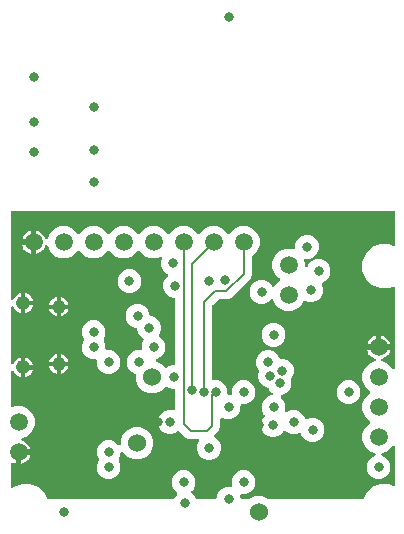
<source format=gbr>
G04 EAGLE Gerber RS-274X export*
G75*
%MOMM*%
%FSLAX34Y34*%
%LPD*%
%INCopper Layer 2*%
%IPPOS*%
%AMOC8*
5,1,8,0,0,1.08239X$1,22.5*%
G01*
%ADD10C,1.508000*%
%ADD11C,1.524000*%
%ADD12C,1.158000*%
%ADD13C,1.208000*%
%ADD14C,0.800100*%
%ADD15C,0.203200*%

G36*
X143500Y11434D02*
X143500Y11434D01*
X143530Y11432D01*
X143658Y11454D01*
X143787Y11471D01*
X143814Y11481D01*
X143843Y11486D01*
X143962Y11540D01*
X144082Y11588D01*
X144106Y11605D01*
X144133Y11617D01*
X144235Y11698D01*
X144340Y11774D01*
X144359Y11797D01*
X144382Y11816D01*
X144460Y11919D01*
X144543Y12019D01*
X144555Y12046D01*
X144573Y12070D01*
X144644Y12214D01*
X145110Y13340D01*
X146748Y14978D01*
X146821Y15072D01*
X146900Y15161D01*
X146918Y15197D01*
X146943Y15229D01*
X146990Y15338D01*
X147044Y15444D01*
X147053Y15483D01*
X147069Y15521D01*
X147088Y15638D01*
X147114Y15754D01*
X147113Y15795D01*
X147119Y15835D01*
X147108Y15953D01*
X147104Y16072D01*
X147093Y16111D01*
X147089Y16151D01*
X147049Y16264D01*
X147016Y16378D01*
X146995Y16413D01*
X146982Y16451D01*
X146915Y16549D01*
X146854Y16652D01*
X146814Y16697D01*
X146803Y16714D01*
X146788Y16727D01*
X146748Y16773D01*
X143840Y19680D01*
X142303Y23391D01*
X142303Y27409D01*
X143840Y31120D01*
X146680Y33960D01*
X150391Y35497D01*
X154409Y35497D01*
X158120Y33960D01*
X160960Y31120D01*
X162497Y27409D01*
X162497Y23391D01*
X160960Y19680D01*
X159322Y18043D01*
X159249Y17948D01*
X159170Y17859D01*
X159152Y17823D01*
X159127Y17791D01*
X159080Y17682D01*
X159026Y17576D01*
X159017Y17537D01*
X159001Y17499D01*
X158982Y17382D01*
X158956Y17266D01*
X158957Y17225D01*
X158951Y17185D01*
X158962Y17067D01*
X158966Y16948D01*
X158977Y16909D01*
X158981Y16869D01*
X159021Y16756D01*
X159054Y16642D01*
X159075Y16608D01*
X159088Y16569D01*
X159155Y16471D01*
X159216Y16368D01*
X159256Y16323D01*
X159267Y16306D01*
X159282Y16293D01*
X159322Y16248D01*
X162230Y13340D01*
X162696Y12214D01*
X162711Y12189D01*
X162720Y12161D01*
X162789Y12051D01*
X162854Y11938D01*
X162874Y11917D01*
X162890Y11892D01*
X162985Y11803D01*
X163075Y11710D01*
X163100Y11694D01*
X163122Y11674D01*
X163235Y11611D01*
X163346Y11543D01*
X163374Y11535D01*
X163400Y11520D01*
X163526Y11488D01*
X163650Y11450D01*
X163680Y11448D01*
X163708Y11441D01*
X163869Y11431D01*
X179134Y11431D01*
X179252Y11446D01*
X179370Y11453D01*
X179409Y11466D01*
X179449Y11471D01*
X179560Y11514D01*
X179673Y11551D01*
X179707Y11573D01*
X179745Y11588D01*
X179841Y11657D01*
X179942Y11721D01*
X179969Y11751D01*
X180002Y11774D01*
X180078Y11866D01*
X180160Y11953D01*
X180179Y11988D01*
X180205Y12019D01*
X180256Y12127D01*
X180313Y12231D01*
X180323Y12271D01*
X180340Y12307D01*
X180363Y12424D01*
X180393Y12539D01*
X180396Y12599D01*
X180400Y12619D01*
X180399Y12640D01*
X180403Y12700D01*
X180403Y13074D01*
X181940Y16785D01*
X184780Y19626D01*
X188491Y21163D01*
X192126Y21163D01*
X192176Y21169D01*
X192225Y21167D01*
X192333Y21189D01*
X192442Y21203D01*
X192488Y21221D01*
X192537Y21231D01*
X192636Y21279D01*
X192738Y21320D01*
X192778Y21349D01*
X192823Y21371D01*
X192906Y21442D01*
X192995Y21506D01*
X193027Y21545D01*
X193065Y21577D01*
X193128Y21667D01*
X193198Y21751D01*
X193219Y21796D01*
X193248Y21837D01*
X193287Y21940D01*
X193333Y22039D01*
X193343Y22088D01*
X193360Y22134D01*
X193372Y22244D01*
X193393Y22351D01*
X193390Y22401D01*
X193396Y22450D01*
X193380Y22559D01*
X193373Y22669D01*
X193358Y22716D01*
X193351Y22765D01*
X193299Y22918D01*
X193103Y23392D01*
X193103Y27409D01*
X194640Y31120D01*
X197480Y33960D01*
X201191Y35497D01*
X205209Y35497D01*
X208920Y33960D01*
X211760Y31120D01*
X213297Y27409D01*
X213297Y23391D01*
X211760Y19680D01*
X208920Y16840D01*
X205209Y15303D01*
X201574Y15303D01*
X201524Y15297D01*
X201475Y15299D01*
X201367Y15277D01*
X201258Y15263D01*
X201212Y15245D01*
X201163Y15235D01*
X201064Y15186D01*
X200962Y15146D01*
X200922Y15117D01*
X200878Y15095D01*
X200794Y15024D01*
X200705Y14959D01*
X200673Y14921D01*
X200636Y14889D01*
X200572Y14799D01*
X200502Y14714D01*
X200481Y14669D01*
X200452Y14629D01*
X200413Y14526D01*
X200367Y14426D01*
X200357Y14378D01*
X200340Y14331D01*
X200328Y14222D01*
X200307Y14114D01*
X200310Y14065D01*
X200304Y14015D01*
X200320Y13906D01*
X200327Y13797D01*
X200342Y13749D01*
X200349Y13700D01*
X200401Y13548D01*
X200597Y13074D01*
X200597Y12700D01*
X200612Y12582D01*
X200620Y12463D01*
X200632Y12425D01*
X200637Y12384D01*
X200681Y12274D01*
X200718Y12161D01*
X200739Y12126D01*
X200754Y12089D01*
X200824Y11993D01*
X200888Y11892D01*
X200917Y11864D01*
X200941Y11831D01*
X201033Y11755D01*
X201119Y11674D01*
X201155Y11654D01*
X201186Y11629D01*
X201294Y11578D01*
X201398Y11520D01*
X201437Y11510D01*
X201474Y11493D01*
X201590Y11471D01*
X201706Y11441D01*
X201766Y11437D01*
X201786Y11433D01*
X201806Y11435D01*
X201866Y11431D01*
X207407Y11431D01*
X207507Y11443D01*
X207608Y11447D01*
X207664Y11463D01*
X207722Y11471D01*
X207752Y11482D01*
X207888Y11529D01*
X207913Y11536D01*
X207927Y11544D01*
X213172Y13717D01*
X218628Y13717D01*
X223903Y11532D01*
X223905Y11531D01*
X223925Y11520D01*
X223983Y11505D01*
X224039Y11481D01*
X224137Y11466D01*
X224233Y11441D01*
X224333Y11435D01*
X224353Y11431D01*
X224365Y11433D01*
X224393Y11431D01*
X304017Y11431D01*
X304046Y11434D01*
X304076Y11432D01*
X304204Y11454D01*
X304333Y11471D01*
X304360Y11481D01*
X304389Y11487D01*
X304508Y11540D01*
X304628Y11588D01*
X304652Y11605D01*
X304679Y11617D01*
X304780Y11698D01*
X304886Y11774D01*
X304904Y11797D01*
X304927Y11816D01*
X305005Y11919D01*
X305088Y12019D01*
X305101Y12046D01*
X305119Y12070D01*
X305190Y12214D01*
X306645Y15727D01*
X311933Y21015D01*
X318841Y23877D01*
X326319Y23877D01*
X329714Y22470D01*
X329762Y22457D01*
X329807Y22436D01*
X329915Y22415D01*
X330021Y22386D01*
X330071Y22386D01*
X330120Y22376D01*
X330229Y22383D01*
X330339Y22381D01*
X330387Y22393D01*
X330437Y22396D01*
X330541Y22430D01*
X330648Y22455D01*
X330692Y22479D01*
X330739Y22494D01*
X330832Y22553D01*
X330929Y22604D01*
X330966Y22638D01*
X331008Y22664D01*
X331083Y22744D01*
X331165Y22818D01*
X331192Y22860D01*
X331226Y22896D01*
X331279Y22992D01*
X331339Y23084D01*
X331356Y23131D01*
X331380Y23174D01*
X331407Y23281D01*
X331443Y23385D01*
X331447Y23434D01*
X331459Y23482D01*
X331469Y23643D01*
X331469Y55209D01*
X331461Y55279D01*
X331462Y55348D01*
X331441Y55436D01*
X331429Y55525D01*
X331404Y55590D01*
X331387Y55658D01*
X331345Y55737D01*
X331312Y55821D01*
X331271Y55877D01*
X331239Y55939D01*
X331178Y56005D01*
X331126Y56078D01*
X331072Y56123D01*
X331025Y56174D01*
X330950Y56223D01*
X330881Y56281D01*
X330817Y56311D01*
X330759Y56349D01*
X330674Y56378D01*
X330593Y56416D01*
X330524Y56429D01*
X330458Y56452D01*
X330369Y56459D01*
X330281Y56476D01*
X330211Y56472D01*
X330141Y56477D01*
X330053Y56462D01*
X329963Y56456D01*
X329897Y56435D01*
X329828Y56423D01*
X329746Y56386D01*
X329661Y56358D01*
X329602Y56321D01*
X329538Y56292D01*
X329468Y56236D01*
X329392Y56188D01*
X329344Y56137D01*
X329290Y56094D01*
X329236Y56022D01*
X329174Y55956D01*
X329140Y55895D01*
X329098Y55840D01*
X329073Y55787D01*
X325225Y51939D01*
X320680Y50057D01*
X320560Y49988D01*
X320437Y49923D01*
X320422Y49910D01*
X320404Y49900D01*
X320304Y49803D01*
X320201Y49709D01*
X320190Y49692D01*
X320176Y49678D01*
X320103Y49560D01*
X320027Y49444D01*
X320020Y49424D01*
X320009Y49407D01*
X319969Y49275D01*
X319923Y49143D01*
X319922Y49123D01*
X319916Y49103D01*
X319909Y48965D01*
X319898Y48826D01*
X319902Y48806D01*
X319901Y48786D01*
X319929Y48650D01*
X319953Y48512D01*
X319961Y48494D01*
X319965Y48474D01*
X320026Y48349D01*
X320083Y48222D01*
X320096Y48207D01*
X320105Y48188D01*
X320195Y48082D01*
X320282Y47974D01*
X320298Y47962D01*
X320311Y47946D01*
X320425Y47866D01*
X320536Y47783D01*
X320561Y47770D01*
X320571Y47763D01*
X320590Y47756D01*
X320680Y47712D01*
X323220Y46660D01*
X326060Y43820D01*
X327597Y40109D01*
X327597Y36091D01*
X326060Y32380D01*
X323220Y29540D01*
X319509Y28003D01*
X315491Y28003D01*
X311780Y29540D01*
X308940Y32380D01*
X307403Y36091D01*
X307403Y40109D01*
X308940Y43820D01*
X311780Y46660D01*
X314320Y47712D01*
X314440Y47781D01*
X314563Y47846D01*
X314578Y47859D01*
X314596Y47869D01*
X314696Y47966D01*
X314799Y48060D01*
X314810Y48076D01*
X314824Y48091D01*
X314897Y48209D01*
X314973Y48325D01*
X314980Y48345D01*
X314991Y48362D01*
X315031Y48494D01*
X315077Y48626D01*
X315078Y48646D01*
X315084Y48666D01*
X315091Y48804D01*
X315102Y48943D01*
X315098Y48963D01*
X315099Y48983D01*
X315071Y49119D01*
X315047Y49257D01*
X315039Y49275D01*
X315035Y49295D01*
X314974Y49420D01*
X314917Y49546D01*
X314904Y49562D01*
X314895Y49581D01*
X314805Y49687D01*
X314718Y49795D01*
X314702Y49807D01*
X314689Y49823D01*
X314575Y49903D01*
X314464Y49986D01*
X314439Y49999D01*
X314429Y50006D01*
X314410Y50013D01*
X314320Y50057D01*
X309775Y51939D01*
X305939Y55775D01*
X303863Y60787D01*
X303863Y66213D01*
X305939Y71225D01*
X309805Y75090D01*
X309816Y75096D01*
X309939Y75161D01*
X309954Y75175D01*
X309971Y75185D01*
X310072Y75282D01*
X310174Y75375D01*
X310185Y75392D01*
X310200Y75406D01*
X310272Y75525D01*
X310349Y75641D01*
X310355Y75660D01*
X310366Y75677D01*
X310407Y75810D01*
X310452Y75942D01*
X310454Y75962D01*
X310460Y75981D01*
X310466Y76120D01*
X310477Y76259D01*
X310474Y76279D01*
X310475Y76299D01*
X310447Y76435D01*
X310423Y76572D01*
X310415Y76591D01*
X310411Y76610D01*
X310350Y76735D01*
X310292Y76862D01*
X310280Y76878D01*
X310271Y76896D01*
X310180Y77002D01*
X310094Y77110D01*
X310078Y77122D01*
X310065Y77138D01*
X309950Y77218D01*
X309840Y77302D01*
X309815Y77314D01*
X309805Y77321D01*
X309787Y77328D01*
X305939Y81175D01*
X303863Y86187D01*
X303863Y91613D01*
X305939Y96625D01*
X309805Y100490D01*
X309816Y100496D01*
X309939Y100561D01*
X309954Y100575D01*
X309971Y100585D01*
X310072Y100682D01*
X310174Y100775D01*
X310185Y100792D01*
X310200Y100806D01*
X310272Y100925D01*
X310349Y101041D01*
X310355Y101060D01*
X310366Y101077D01*
X310407Y101210D01*
X310452Y101342D01*
X310454Y101362D01*
X310460Y101381D01*
X310466Y101520D01*
X310477Y101659D01*
X310474Y101679D01*
X310475Y101699D01*
X310447Y101835D01*
X310423Y101972D01*
X310415Y101991D01*
X310411Y102010D01*
X310350Y102135D01*
X310292Y102262D01*
X310280Y102278D01*
X310271Y102296D01*
X310180Y102402D01*
X310094Y102510D01*
X310078Y102522D01*
X310065Y102538D01*
X309950Y102618D01*
X309840Y102702D01*
X309815Y102714D01*
X309805Y102721D01*
X309787Y102728D01*
X305939Y106575D01*
X303863Y111587D01*
X303863Y117013D01*
X305939Y122025D01*
X309775Y125861D01*
X314376Y127766D01*
X314402Y127781D01*
X314430Y127790D01*
X314539Y127859D01*
X314652Y127924D01*
X314674Y127945D01*
X314699Y127961D01*
X314787Y128055D01*
X314881Y128145D01*
X314896Y128171D01*
X314917Y128192D01*
X314979Y128306D01*
X315047Y128416D01*
X315056Y128445D01*
X315070Y128471D01*
X315102Y128596D01*
X315140Y128720D01*
X315142Y128750D01*
X315149Y128779D01*
X315149Y128909D01*
X315155Y129038D01*
X315149Y129067D01*
X315149Y129097D01*
X315117Y129223D01*
X315091Y129349D01*
X315078Y129376D01*
X315071Y129405D01*
X315008Y129518D01*
X314951Y129635D01*
X314932Y129658D01*
X314918Y129684D01*
X314829Y129778D01*
X314745Y129877D01*
X314721Y129894D01*
X314700Y129916D01*
X314591Y129985D01*
X314485Y130060D01*
X314457Y130071D01*
X314432Y130087D01*
X314282Y130146D01*
X313630Y130358D01*
X312217Y131078D01*
X310933Y132011D01*
X309811Y133133D01*
X308878Y134417D01*
X308158Y135830D01*
X307713Y137201D01*
X316270Y137201D01*
X316388Y137216D01*
X316507Y137223D01*
X316545Y137235D01*
X316585Y137241D01*
X316696Y137284D01*
X316809Y137321D01*
X316843Y137343D01*
X316881Y137358D01*
X316977Y137427D01*
X317078Y137491D01*
X317106Y137521D01*
X317138Y137544D01*
X317214Y137636D01*
X317296Y137723D01*
X317315Y137758D01*
X317341Y137789D01*
X317392Y137897D01*
X317449Y138001D01*
X317459Y138041D01*
X317477Y138077D01*
X317497Y138184D01*
X317501Y138154D01*
X317545Y138044D01*
X317581Y137931D01*
X317603Y137896D01*
X317618Y137859D01*
X317688Y137762D01*
X317751Y137662D01*
X317781Y137634D01*
X317805Y137601D01*
X317896Y137525D01*
X317983Y137444D01*
X318018Y137424D01*
X318050Y137399D01*
X318157Y137348D01*
X318262Y137290D01*
X318301Y137280D01*
X318337Y137263D01*
X318454Y137241D01*
X318570Y137211D01*
X318630Y137207D01*
X318650Y137203D01*
X318670Y137205D01*
X318730Y137201D01*
X327287Y137201D01*
X326842Y135830D01*
X326122Y134417D01*
X325189Y133133D01*
X324067Y132011D01*
X322783Y131078D01*
X321370Y130358D01*
X320718Y130146D01*
X320691Y130133D01*
X320662Y130126D01*
X320547Y130066D01*
X320430Y130011D01*
X320407Y129992D01*
X320381Y129978D01*
X320285Y129890D01*
X320185Y129808D01*
X320167Y129784D01*
X320145Y129764D01*
X320074Y129655D01*
X319998Y129551D01*
X319987Y129523D01*
X319970Y129498D01*
X319928Y129375D01*
X319881Y129255D01*
X319877Y129225D01*
X319867Y129197D01*
X319857Y129068D01*
X319841Y128940D01*
X319844Y128910D01*
X319842Y128880D01*
X319864Y128752D01*
X319880Y128624D01*
X319891Y128596D01*
X319896Y128567D01*
X319950Y128449D01*
X319997Y128328D01*
X320015Y128304D01*
X320027Y128277D01*
X320108Y128175D01*
X320184Y128071D01*
X320207Y128052D01*
X320226Y128028D01*
X320329Y127951D01*
X320429Y127868D01*
X320456Y127855D01*
X320480Y127837D01*
X320624Y127766D01*
X325225Y125861D01*
X329076Y122010D01*
X329088Y121979D01*
X329140Y121907D01*
X329185Y121829D01*
X329233Y121779D01*
X329274Y121722D01*
X329344Y121665D01*
X329406Y121600D01*
X329466Y121564D01*
X329519Y121519D01*
X329601Y121481D01*
X329677Y121434D01*
X329744Y121413D01*
X329807Y121384D01*
X329895Y121367D01*
X329981Y121340D01*
X330051Y121337D01*
X330120Y121324D01*
X330209Y121330D01*
X330299Y121325D01*
X330367Y121339D01*
X330437Y121344D01*
X330522Y121371D01*
X330610Y121390D01*
X330673Y121420D01*
X330739Y121442D01*
X330815Y121490D01*
X330896Y121529D01*
X330949Y121574D01*
X331008Y121612D01*
X331070Y121677D01*
X331138Y121736D01*
X331178Y121793D01*
X331226Y121844D01*
X331269Y121922D01*
X331321Y121996D01*
X331346Y122061D01*
X331380Y122122D01*
X331402Y122209D01*
X331434Y122293D01*
X331442Y122362D01*
X331459Y122430D01*
X331469Y122591D01*
X331469Y189717D01*
X331463Y189766D01*
X331465Y189816D01*
X331443Y189923D01*
X331429Y190033D01*
X331411Y190079D01*
X331401Y190127D01*
X331353Y190226D01*
X331312Y190328D01*
X331283Y190368D01*
X331261Y190413D01*
X331190Y190497D01*
X331126Y190586D01*
X331087Y190617D01*
X331055Y190655D01*
X330965Y190718D01*
X330881Y190788D01*
X330836Y190810D01*
X330795Y190838D01*
X330692Y190877D01*
X330593Y190924D01*
X330544Y190933D01*
X330498Y190951D01*
X330388Y190963D01*
X330281Y190984D01*
X330231Y190981D01*
X330182Y190986D01*
X330073Y190971D01*
X329963Y190964D01*
X329916Y190949D01*
X329867Y190942D01*
X329714Y190890D01*
X326319Y189483D01*
X318841Y189483D01*
X311933Y192345D01*
X306645Y197633D01*
X303783Y204541D01*
X303783Y212019D01*
X306645Y218927D01*
X311933Y224215D01*
X318841Y227077D01*
X326319Y227077D01*
X329714Y225670D01*
X329762Y225657D01*
X329807Y225636D01*
X329915Y225615D01*
X330021Y225586D01*
X330071Y225586D01*
X330120Y225576D01*
X330229Y225583D01*
X330339Y225581D01*
X330387Y225593D01*
X330437Y225596D01*
X330541Y225630D01*
X330648Y225655D01*
X330692Y225679D01*
X330739Y225694D01*
X330832Y225753D01*
X330929Y225804D01*
X330966Y225838D01*
X331008Y225864D01*
X331083Y225944D01*
X331165Y226018D01*
X331192Y226060D01*
X331226Y226096D01*
X331279Y226192D01*
X331339Y226284D01*
X331356Y226331D01*
X331380Y226374D01*
X331407Y226481D01*
X331443Y226585D01*
X331447Y226634D01*
X331459Y226682D01*
X331469Y226843D01*
X331469Y254000D01*
X331454Y254118D01*
X331447Y254237D01*
X331434Y254275D01*
X331429Y254316D01*
X331386Y254426D01*
X331349Y254539D01*
X331327Y254574D01*
X331312Y254611D01*
X331243Y254707D01*
X331179Y254808D01*
X331149Y254836D01*
X331126Y254869D01*
X331034Y254945D01*
X330947Y255026D01*
X330912Y255046D01*
X330881Y255071D01*
X330773Y255122D01*
X330669Y255180D01*
X330629Y255190D01*
X330593Y255207D01*
X330476Y255229D01*
X330361Y255259D01*
X330301Y255263D01*
X330281Y255267D01*
X330260Y255265D01*
X330200Y255269D01*
X7493Y255269D01*
X7375Y255254D01*
X7256Y255247D01*
X7218Y255234D01*
X7177Y255229D01*
X7067Y255186D01*
X6954Y255149D01*
X6919Y255127D01*
X6882Y255112D01*
X6786Y255042D01*
X6685Y254979D01*
X6657Y254949D01*
X6624Y254926D01*
X6548Y254834D01*
X6467Y254747D01*
X6447Y254712D01*
X6422Y254681D01*
X6371Y254573D01*
X6313Y254469D01*
X6303Y254429D01*
X6286Y254393D01*
X6264Y254276D01*
X6234Y254161D01*
X6230Y254100D01*
X6226Y254080D01*
X6228Y254060D01*
X6224Y254000D01*
X6224Y181080D01*
X6232Y181011D01*
X6231Y180941D01*
X6252Y180854D01*
X6264Y180765D01*
X6289Y180700D01*
X6306Y180632D01*
X6348Y180552D01*
X6381Y180469D01*
X6422Y180413D01*
X6454Y180351D01*
X6515Y180284D01*
X6567Y180212D01*
X6621Y180167D01*
X6668Y180115D01*
X6743Y180066D01*
X6812Y180009D01*
X6876Y179979D01*
X6934Y179941D01*
X7019Y179912D01*
X7100Y179873D01*
X7169Y179860D01*
X7235Y179838D01*
X7324Y179830D01*
X7412Y179814D01*
X7482Y179818D01*
X7552Y179812D01*
X7640Y179828D01*
X7730Y179833D01*
X7796Y179855D01*
X7865Y179867D01*
X7947Y179904D01*
X8032Y179931D01*
X8091Y179969D01*
X8155Y179997D01*
X8225Y180053D01*
X8301Y180101D01*
X8349Y180152D01*
X8403Y180196D01*
X8458Y180268D01*
X8519Y180333D01*
X8553Y180394D01*
X8595Y180450D01*
X8666Y180595D01*
X8906Y181175D01*
X9845Y182580D01*
X11040Y183775D01*
X12446Y184714D01*
X14007Y185361D01*
X14761Y185511D01*
X14761Y177590D01*
X14776Y177472D01*
X14783Y177353D01*
X14795Y177315D01*
X14801Y177275D01*
X14844Y177164D01*
X14860Y177116D01*
X14850Y177098D01*
X14840Y177059D01*
X14823Y177023D01*
X14801Y176906D01*
X14771Y176790D01*
X14767Y176730D01*
X14763Y176710D01*
X14765Y176690D01*
X14761Y176630D01*
X14761Y168709D01*
X14007Y168859D01*
X12446Y169506D01*
X11040Y170445D01*
X9845Y171640D01*
X8906Y173045D01*
X8666Y173625D01*
X8631Y173686D01*
X8605Y173751D01*
X8553Y173824D01*
X8508Y173902D01*
X8460Y173952D01*
X8419Y174008D01*
X8349Y174066D01*
X8287Y174130D01*
X8227Y174167D01*
X8174Y174211D01*
X8092Y174249D01*
X8016Y174296D01*
X7949Y174317D01*
X7886Y174347D01*
X7798Y174364D01*
X7712Y174390D01*
X7642Y174393D01*
X7573Y174407D01*
X7484Y174401D01*
X7394Y174405D01*
X7326Y174391D01*
X7256Y174387D01*
X7171Y174359D01*
X7083Y174341D01*
X7020Y174310D01*
X6954Y174289D01*
X6878Y174241D01*
X6797Y174201D01*
X6744Y174156D01*
X6685Y174119D01*
X6623Y174053D01*
X6555Y173995D01*
X6515Y173938D01*
X6467Y173887D01*
X6424Y173808D01*
X6372Y173735D01*
X6347Y173670D01*
X6313Y173608D01*
X6291Y173522D01*
X6259Y173438D01*
X6251Y173368D01*
X6234Y173301D01*
X6224Y173140D01*
X6224Y126580D01*
X6232Y126511D01*
X6231Y126441D01*
X6252Y126354D01*
X6264Y126265D01*
X6289Y126200D01*
X6306Y126132D01*
X6348Y126052D01*
X6381Y125969D01*
X6422Y125913D01*
X6454Y125851D01*
X6515Y125784D01*
X6567Y125712D01*
X6621Y125667D01*
X6668Y125615D01*
X6743Y125566D01*
X6812Y125509D01*
X6876Y125479D01*
X6934Y125441D01*
X7019Y125412D01*
X7100Y125373D01*
X7169Y125360D01*
X7235Y125338D01*
X7324Y125330D01*
X7412Y125314D01*
X7482Y125318D01*
X7552Y125312D01*
X7640Y125328D01*
X7730Y125333D01*
X7796Y125355D01*
X7865Y125367D01*
X7947Y125404D01*
X8032Y125431D01*
X8091Y125469D01*
X8155Y125497D01*
X8225Y125553D01*
X8301Y125601D01*
X8349Y125652D01*
X8403Y125696D01*
X8458Y125768D01*
X8519Y125833D01*
X8553Y125894D01*
X8595Y125950D01*
X8666Y126095D01*
X8906Y126675D01*
X9845Y128080D01*
X11040Y129275D01*
X12446Y130214D01*
X14007Y130861D01*
X14761Y131011D01*
X14761Y123090D01*
X14776Y122972D01*
X14783Y122853D01*
X14795Y122815D01*
X14801Y122775D01*
X14844Y122664D01*
X14860Y122616D01*
X14850Y122598D01*
X14840Y122559D01*
X14823Y122523D01*
X14801Y122406D01*
X14771Y122290D01*
X14767Y122230D01*
X14763Y122210D01*
X14765Y122190D01*
X14761Y122130D01*
X14761Y114209D01*
X14007Y114359D01*
X12446Y115006D01*
X11040Y115945D01*
X9845Y117140D01*
X8906Y118545D01*
X8666Y119125D01*
X8631Y119186D01*
X8605Y119251D01*
X8553Y119324D01*
X8508Y119402D01*
X8460Y119452D01*
X8419Y119508D01*
X8349Y119566D01*
X8287Y119630D01*
X8227Y119667D01*
X8174Y119711D01*
X8092Y119749D01*
X8016Y119796D01*
X7949Y119817D01*
X7886Y119847D01*
X7798Y119864D01*
X7712Y119890D01*
X7642Y119893D01*
X7573Y119906D01*
X7484Y119901D01*
X7394Y119905D01*
X7326Y119891D01*
X7256Y119887D01*
X7171Y119859D01*
X7083Y119841D01*
X7020Y119810D01*
X6954Y119789D01*
X6878Y119741D01*
X6797Y119701D01*
X6744Y119656D01*
X6685Y119619D01*
X6623Y119553D01*
X6555Y119495D01*
X6515Y119438D01*
X6467Y119387D01*
X6424Y119308D01*
X6372Y119235D01*
X6347Y119170D01*
X6313Y119108D01*
X6291Y119021D01*
X6259Y118937D01*
X6251Y118868D01*
X6234Y118800D01*
X6224Y118640D01*
X6224Y90177D01*
X6230Y90128D01*
X6228Y90078D01*
X6250Y89971D01*
X6264Y89862D01*
X6282Y89815D01*
X6292Y89767D01*
X6340Y89668D01*
X6381Y89566D01*
X6410Y89526D01*
X6432Y89481D01*
X6503Y89398D01*
X6567Y89309D01*
X6606Y89277D01*
X6638Y89239D01*
X6728Y89176D01*
X6812Y89106D01*
X6857Y89085D01*
X6898Y89056D01*
X7001Y89017D01*
X7100Y88970D01*
X7149Y88961D01*
X7195Y88943D01*
X7305Y88931D01*
X7412Y88911D01*
X7462Y88914D01*
X7511Y88908D01*
X7620Y88924D01*
X7730Y88930D01*
X7777Y88946D01*
X7826Y88953D01*
X7979Y89005D01*
X9988Y89837D01*
X15413Y89837D01*
X20425Y87761D01*
X24261Y83925D01*
X26337Y78913D01*
X26337Y73487D01*
X24261Y68475D01*
X20425Y64639D01*
X15824Y62734D01*
X15798Y62719D01*
X15770Y62710D01*
X15660Y62640D01*
X15548Y62576D01*
X15526Y62555D01*
X15501Y62539D01*
X15413Y62445D01*
X15319Y62355D01*
X15304Y62329D01*
X15283Y62308D01*
X15221Y62195D01*
X15153Y62084D01*
X15144Y62055D01*
X15130Y62029D01*
X15098Y61904D01*
X15060Y61780D01*
X15058Y61750D01*
X15051Y61721D01*
X15051Y61591D01*
X15044Y61462D01*
X15051Y61433D01*
X15050Y61403D01*
X15083Y61278D01*
X15109Y61151D01*
X15122Y61124D01*
X15129Y61095D01*
X15191Y60982D01*
X15248Y60865D01*
X15268Y60842D01*
X15282Y60816D01*
X15371Y60722D01*
X15455Y60623D01*
X15479Y60606D01*
X15500Y60584D01*
X15609Y60515D01*
X15715Y60440D01*
X15743Y60429D01*
X15768Y60413D01*
X15918Y60354D01*
X16570Y60142D01*
X17983Y59422D01*
X19267Y58489D01*
X20389Y57367D01*
X21322Y56083D01*
X22042Y54670D01*
X22487Y53299D01*
X13930Y53299D01*
X13812Y53284D01*
X13693Y53277D01*
X13655Y53264D01*
X13615Y53259D01*
X13504Y53216D01*
X13391Y53179D01*
X13357Y53157D01*
X13319Y53142D01*
X13223Y53073D01*
X13122Y53009D01*
X13094Y52979D01*
X13062Y52956D01*
X12986Y52864D01*
X12904Y52777D01*
X12885Y52742D01*
X12859Y52711D01*
X12808Y52603D01*
X12751Y52499D01*
X12741Y52459D01*
X12723Y52423D01*
X12701Y52306D01*
X12671Y52191D01*
X12667Y52131D01*
X12664Y52111D01*
X12665Y52090D01*
X12661Y52030D01*
X12661Y50839D01*
X11470Y50839D01*
X11352Y50824D01*
X11233Y50817D01*
X11195Y50804D01*
X11154Y50799D01*
X11044Y50755D01*
X10931Y50719D01*
X10896Y50697D01*
X10859Y50682D01*
X10762Y50612D01*
X10662Y50549D01*
X10634Y50519D01*
X10601Y50495D01*
X10525Y50404D01*
X10444Y50317D01*
X10424Y50282D01*
X10399Y50250D01*
X10348Y50143D01*
X10290Y50038D01*
X10280Y49999D01*
X10263Y49963D01*
X10241Y49846D01*
X10211Y49730D01*
X10207Y49670D01*
X10203Y49650D01*
X10205Y49630D01*
X10201Y49570D01*
X10201Y41013D01*
X8830Y41458D01*
X8069Y41846D01*
X7976Y41879D01*
X7886Y41922D01*
X7827Y41933D01*
X7770Y41953D01*
X7671Y41963D01*
X7573Y41981D01*
X7513Y41978D01*
X7453Y41983D01*
X7355Y41968D01*
X7256Y41962D01*
X7199Y41943D01*
X7139Y41934D01*
X7048Y41894D01*
X6954Y41864D01*
X6903Y41831D01*
X6847Y41808D01*
X6769Y41747D01*
X6685Y41693D01*
X6644Y41650D01*
X6596Y41613D01*
X6535Y41534D01*
X6467Y41462D01*
X6438Y41409D01*
X6401Y41362D01*
X6361Y41270D01*
X6313Y41183D01*
X6298Y41125D01*
X6274Y41070D01*
X6259Y40971D01*
X6234Y40875D01*
X6228Y40776D01*
X6224Y40756D01*
X6226Y40743D01*
X6224Y40715D01*
X6224Y21901D01*
X6241Y21763D01*
X6254Y21624D01*
X6261Y21605D01*
X6264Y21585D01*
X6315Y21456D01*
X6362Y21325D01*
X6373Y21308D01*
X6381Y21289D01*
X6462Y21177D01*
X6540Y21062D01*
X6556Y21048D01*
X6567Y21032D01*
X6675Y20943D01*
X6779Y20851D01*
X6797Y20842D01*
X6812Y20829D01*
X6938Y20770D01*
X7062Y20707D01*
X7082Y20702D01*
X7100Y20694D01*
X7237Y20667D01*
X7372Y20637D01*
X7393Y20638D01*
X7412Y20634D01*
X7551Y20642D01*
X7690Y20647D01*
X7710Y20652D01*
X7730Y20654D01*
X7862Y20696D01*
X7996Y20735D01*
X8013Y20745D01*
X8032Y20752D01*
X8150Y20826D01*
X8270Y20897D01*
X8291Y20915D01*
X8301Y20922D01*
X8315Y20937D01*
X8391Y21003D01*
X8403Y21015D01*
X15311Y23877D01*
X22789Y23877D01*
X29697Y21015D01*
X34985Y15727D01*
X36440Y12214D01*
X36455Y12189D01*
X36464Y12161D01*
X36534Y12051D01*
X36598Y11938D01*
X36618Y11917D01*
X36634Y11892D01*
X36729Y11803D01*
X36819Y11710D01*
X36844Y11694D01*
X36866Y11674D01*
X36979Y11611D01*
X37090Y11543D01*
X37118Y11535D01*
X37144Y11520D01*
X37270Y11488D01*
X37394Y11450D01*
X37424Y11448D01*
X37452Y11441D01*
X37613Y11431D01*
X143471Y11431D01*
X143500Y11434D01*
G37*
%LPC*%
G36*
X171981Y44513D02*
X171981Y44513D01*
X168270Y46050D01*
X165430Y48890D01*
X163893Y52601D01*
X163893Y56619D01*
X165411Y60284D01*
X165424Y60332D01*
X165445Y60377D01*
X165466Y60484D01*
X165495Y60591D01*
X165496Y60640D01*
X165505Y60689D01*
X165498Y60799D01*
X165500Y60909D01*
X165488Y60957D01*
X165485Y61006D01*
X165452Y61111D01*
X165426Y61218D01*
X165403Y61262D01*
X165387Y61309D01*
X165329Y61402D01*
X165277Y61499D01*
X165244Y61536D01*
X165217Y61578D01*
X165137Y61653D01*
X165063Y61734D01*
X165022Y61762D01*
X164985Y61796D01*
X164889Y61849D01*
X164797Y61909D01*
X164750Y61925D01*
X164707Y61949D01*
X164601Y61977D01*
X164497Y62012D01*
X164447Y62016D01*
X164399Y62029D01*
X164238Y62039D01*
X156887Y62039D01*
X154273Y63122D01*
X148876Y68518D01*
X148782Y68591D01*
X148693Y68670D01*
X148657Y68688D01*
X148625Y68713D01*
X148515Y68761D01*
X148409Y68815D01*
X148370Y68824D01*
X148333Y68840D01*
X148215Y68858D01*
X148099Y68884D01*
X148059Y68883D01*
X148019Y68889D01*
X147900Y68878D01*
X147781Y68875D01*
X147742Y68863D01*
X147702Y68860D01*
X147590Y68819D01*
X147476Y68786D01*
X147441Y68766D01*
X147403Y68752D01*
X147304Y68685D01*
X147202Y68625D01*
X147157Y68585D01*
X147140Y68573D01*
X147126Y68558D01*
X147081Y68518D01*
X146563Y68000D01*
X142852Y66463D01*
X138834Y66463D01*
X135123Y68000D01*
X132283Y70840D01*
X130746Y74551D01*
X130746Y78569D01*
X132283Y82280D01*
X135123Y85120D01*
X138834Y86657D01*
X142852Y86657D01*
X143532Y86375D01*
X143580Y86362D01*
X143625Y86341D01*
X143733Y86320D01*
X143839Y86291D01*
X143889Y86291D01*
X143938Y86281D01*
X144047Y86288D01*
X144157Y86286D01*
X144205Y86298D01*
X144255Y86301D01*
X144359Y86335D01*
X144466Y86360D01*
X144510Y86384D01*
X144557Y86399D01*
X144650Y86458D01*
X144747Y86509D01*
X144784Y86543D01*
X144826Y86569D01*
X144901Y86649D01*
X144983Y86723D01*
X145010Y86765D01*
X145044Y86801D01*
X145097Y86897D01*
X145157Y86989D01*
X145174Y87036D01*
X145198Y87079D01*
X145225Y87186D01*
X145261Y87290D01*
X145265Y87339D01*
X145277Y87387D01*
X145284Y87504D01*
X145285Y87505D01*
X145285Y87506D01*
X145287Y87548D01*
X145287Y102934D01*
X145272Y103052D01*
X145265Y103170D01*
X145252Y103209D01*
X145247Y103249D01*
X145204Y103360D01*
X145167Y103473D01*
X145145Y103507D01*
X145130Y103545D01*
X145061Y103641D01*
X144997Y103742D01*
X144967Y103769D01*
X144944Y103802D01*
X144852Y103878D01*
X144765Y103960D01*
X144730Y103979D01*
X144699Y104005D01*
X144591Y104056D01*
X144487Y104113D01*
X144447Y104123D01*
X144411Y104140D01*
X144294Y104163D01*
X144179Y104193D01*
X144119Y104196D01*
X144099Y104200D01*
X144078Y104199D01*
X144018Y104203D01*
X142279Y104203D01*
X138568Y105740D01*
X138466Y105842D01*
X138372Y105915D01*
X138282Y105994D01*
X138246Y106012D01*
X138214Y106037D01*
X138105Y106084D01*
X137999Y106139D01*
X137960Y106147D01*
X137923Y106163D01*
X137805Y106182D01*
X137689Y106208D01*
X137648Y106207D01*
X137608Y106213D01*
X137490Y106202D01*
X137371Y106199D01*
X137332Y106187D01*
X137292Y106184D01*
X137180Y106143D01*
X137065Y106110D01*
X137031Y106090D01*
X136993Y106076D01*
X136894Y106009D01*
X136791Y105949D01*
X136746Y105909D01*
X136729Y105897D01*
X136716Y105882D01*
X136671Y105842D01*
X133500Y102671D01*
X128458Y100583D01*
X123002Y100583D01*
X117960Y102671D01*
X114101Y106530D01*
X112013Y111572D01*
X112013Y116161D01*
X112010Y116190D01*
X112012Y116219D01*
X111990Y116348D01*
X111973Y116476D01*
X111963Y116504D01*
X111958Y116533D01*
X111904Y116651D01*
X111856Y116772D01*
X111839Y116796D01*
X111827Y116823D01*
X111746Y116924D01*
X111670Y117029D01*
X111647Y117048D01*
X111628Y117071D01*
X111525Y117149D01*
X111425Y117232D01*
X111398Y117245D01*
X111374Y117262D01*
X111230Y117333D01*
X108596Y118424D01*
X105756Y121265D01*
X104218Y124976D01*
X104218Y128993D01*
X105756Y132704D01*
X108596Y135544D01*
X112307Y137082D01*
X115634Y137082D01*
X115752Y137097D01*
X115870Y137104D01*
X115909Y137116D01*
X115949Y137121D01*
X116060Y137165D01*
X116173Y137202D01*
X116207Y137224D01*
X116245Y137238D01*
X116341Y137308D01*
X116442Y137372D01*
X116469Y137402D01*
X116502Y137425D01*
X116578Y137517D01*
X116660Y137604D01*
X116679Y137639D01*
X116705Y137670D01*
X116756Y137778D01*
X116813Y137882D01*
X116823Y137921D01*
X116840Y137958D01*
X116863Y138075D01*
X116893Y138190D01*
X116896Y138250D01*
X116900Y138270D01*
X116900Y138274D01*
X116900Y138275D01*
X116899Y138293D01*
X116903Y138351D01*
X116903Y141709D01*
X118473Y145500D01*
X118505Y145541D01*
X118525Y145587D01*
X118552Y145628D01*
X118588Y145732D01*
X118632Y145833D01*
X118639Y145882D01*
X118656Y145929D01*
X118664Y146039D01*
X118682Y146147D01*
X118677Y146197D01*
X118681Y146246D01*
X118662Y146354D01*
X118652Y146464D01*
X118635Y146510D01*
X118626Y146560D01*
X118581Y146660D01*
X118544Y146763D01*
X118516Y146804D01*
X118496Y146850D01*
X118427Y146935D01*
X118366Y147026D01*
X118328Y147059D01*
X118297Y147098D01*
X118209Y147164D01*
X118127Y147237D01*
X118083Y147259D01*
X118043Y147289D01*
X117899Y147360D01*
X117662Y147458D01*
X114822Y150299D01*
X113285Y154010D01*
X113285Y154620D01*
X113270Y154738D01*
X113262Y154857D01*
X113250Y154895D01*
X113245Y154935D01*
X113201Y155046D01*
X113164Y155159D01*
X113143Y155193D01*
X113128Y155231D01*
X113058Y155327D01*
X112994Y155428D01*
X112965Y155456D01*
X112941Y155488D01*
X112849Y155564D01*
X112763Y155646D01*
X112727Y155665D01*
X112696Y155691D01*
X112588Y155742D01*
X112484Y155799D01*
X112445Y155809D01*
X112408Y155827D01*
X112291Y155849D01*
X112176Y155879D01*
X112116Y155883D01*
X112096Y155886D01*
X112076Y155885D01*
X112015Y155889D01*
X111405Y155889D01*
X107694Y157426D01*
X104854Y160267D01*
X103317Y163978D01*
X103317Y167995D01*
X104854Y171706D01*
X107694Y174546D01*
X111405Y176083D01*
X115422Y176083D01*
X119133Y174546D01*
X121974Y171706D01*
X123511Y167995D01*
X123511Y167385D01*
X123526Y167266D01*
X123533Y167148D01*
X123546Y167109D01*
X123551Y167069D01*
X123595Y166958D01*
X123631Y166845D01*
X123653Y166811D01*
X123668Y166773D01*
X123738Y166677D01*
X123801Y166576D01*
X123831Y166549D01*
X123855Y166516D01*
X123946Y166440D01*
X124033Y166359D01*
X124069Y166339D01*
X124100Y166313D01*
X124207Y166263D01*
X124312Y166205D01*
X124351Y166195D01*
X124387Y166178D01*
X124504Y166155D01*
X124620Y166126D01*
X124680Y166122D01*
X124700Y166118D01*
X124720Y166119D01*
X124780Y166115D01*
X125390Y166115D01*
X129101Y164578D01*
X131942Y161738D01*
X133479Y158027D01*
X133479Y154010D01*
X131909Y150218D01*
X131877Y150177D01*
X131857Y150131D01*
X131829Y150090D01*
X131794Y149986D01*
X131750Y149885D01*
X131742Y149836D01*
X131726Y149789D01*
X131718Y149680D01*
X131700Y149571D01*
X131705Y149522D01*
X131701Y149472D01*
X131720Y149364D01*
X131730Y149255D01*
X131747Y149208D01*
X131755Y149159D01*
X131800Y149059D01*
X131838Y148955D01*
X131866Y148914D01*
X131886Y148869D01*
X131955Y148783D01*
X132016Y148692D01*
X132053Y148659D01*
X132085Y148620D01*
X132172Y148554D01*
X132254Y148482D01*
X132299Y148459D01*
X132339Y148429D01*
X132483Y148358D01*
X132720Y148260D01*
X135560Y145420D01*
X137097Y141709D01*
X137097Y137691D01*
X135560Y133980D01*
X132720Y131140D01*
X129650Y129868D01*
X129529Y129800D01*
X129406Y129735D01*
X129391Y129721D01*
X129374Y129711D01*
X129274Y129614D01*
X129171Y129521D01*
X129160Y129504D01*
X129145Y129490D01*
X129073Y129371D01*
X128996Y129255D01*
X128990Y129236D01*
X128979Y129219D01*
X128938Y129086D01*
X128893Y128954D01*
X128891Y128934D01*
X128885Y128915D01*
X128879Y128776D01*
X128868Y128637D01*
X128871Y128617D01*
X128870Y128597D01*
X128898Y128461D01*
X128922Y128324D01*
X128930Y128305D01*
X128935Y128285D01*
X128996Y128160D01*
X129053Y128034D01*
X129065Y128018D01*
X129074Y128000D01*
X129165Y127894D01*
X129251Y127785D01*
X129267Y127773D01*
X129281Y127758D01*
X129395Y127678D01*
X129505Y127594D01*
X129531Y127582D01*
X129541Y127575D01*
X129560Y127567D01*
X129650Y127523D01*
X133500Y125929D01*
X136671Y122758D01*
X136765Y122685D01*
X136854Y122606D01*
X136890Y122588D01*
X136922Y122563D01*
X137031Y122515D01*
X137137Y122461D01*
X137177Y122453D01*
X137214Y122436D01*
X137332Y122418D01*
X137448Y122392D01*
X137488Y122393D01*
X137528Y122387D01*
X137647Y122398D01*
X137765Y122401D01*
X137804Y122413D01*
X137844Y122416D01*
X137957Y122457D01*
X138071Y122490D01*
X138106Y122510D01*
X138144Y122524D01*
X138242Y122591D01*
X138345Y122651D01*
X138390Y122691D01*
X138407Y122703D01*
X138420Y122718D01*
X138466Y122758D01*
X138568Y122860D01*
X142279Y124397D01*
X144018Y124397D01*
X144136Y124412D01*
X144255Y124420D01*
X144293Y124432D01*
X144334Y124437D01*
X144444Y124481D01*
X144557Y124518D01*
X144592Y124539D01*
X144629Y124554D01*
X144725Y124624D01*
X144826Y124688D01*
X144854Y124717D01*
X144887Y124741D01*
X144963Y124833D01*
X145044Y124919D01*
X145064Y124955D01*
X145089Y124986D01*
X145140Y125094D01*
X145198Y125198D01*
X145208Y125237D01*
X145225Y125274D01*
X145247Y125390D01*
X145277Y125506D01*
X145281Y125566D01*
X145285Y125586D01*
X145283Y125606D01*
X145287Y125666D01*
X145287Y180556D01*
X145272Y180674D01*
X145265Y180793D01*
X145252Y180832D01*
X145247Y180872D01*
X145204Y180983D01*
X145167Y181096D01*
X145145Y181130D01*
X145130Y181167D01*
X145061Y181264D01*
X144997Y181364D01*
X144967Y181392D01*
X144944Y181425D01*
X144852Y181501D01*
X144765Y181582D01*
X144730Y181602D01*
X144699Y181628D01*
X144591Y181678D01*
X144487Y181736D01*
X144447Y181746D01*
X144411Y181763D01*
X144294Y181786D01*
X144179Y181815D01*
X144119Y181819D01*
X144099Y181823D01*
X144078Y181822D01*
X144018Y181826D01*
X143343Y181826D01*
X139632Y183363D01*
X136791Y186203D01*
X135254Y189914D01*
X135254Y193931D01*
X136791Y197642D01*
X139006Y199857D01*
X139036Y199896D01*
X139073Y199930D01*
X139134Y200021D01*
X139201Y200108D01*
X139221Y200154D01*
X139248Y200195D01*
X139284Y200299D01*
X139327Y200400D01*
X139335Y200449D01*
X139351Y200496D01*
X139360Y200605D01*
X139377Y200714D01*
X139372Y200764D01*
X139376Y200813D01*
X139358Y200921D01*
X139347Y201031D01*
X139331Y201077D01*
X139322Y201126D01*
X139277Y201227D01*
X139240Y201330D01*
X139212Y201371D01*
X139191Y201416D01*
X139123Y201502D01*
X139061Y201593D01*
X139024Y201626D01*
X138993Y201665D01*
X138905Y201731D01*
X138823Y201804D01*
X138778Y201826D01*
X138739Y201856D01*
X138594Y201927D01*
X137790Y202260D01*
X134950Y205100D01*
X133413Y208811D01*
X133413Y212829D01*
X134074Y214425D01*
X134111Y214559D01*
X134152Y214692D01*
X134152Y214712D01*
X134158Y214731D01*
X134160Y214871D01*
X134167Y215009D01*
X134163Y215029D01*
X134163Y215049D01*
X134130Y215185D01*
X134102Y215321D01*
X134093Y215339D01*
X134089Y215359D01*
X134024Y215481D01*
X133963Y215606D01*
X133949Y215622D01*
X133940Y215640D01*
X133847Y215742D01*
X133756Y215848D01*
X133740Y215860D01*
X133726Y215875D01*
X133610Y215951D01*
X133496Y216031D01*
X133477Y216039D01*
X133460Y216050D01*
X133329Y216095D01*
X133199Y216144D01*
X133179Y216146D01*
X133160Y216153D01*
X133021Y216164D01*
X132883Y216179D01*
X132863Y216177D01*
X132843Y216178D01*
X132706Y216154D01*
X132568Y216135D01*
X132541Y216126D01*
X132529Y216124D01*
X132511Y216115D01*
X132416Y216083D01*
X129713Y214963D01*
X124287Y214963D01*
X119275Y217039D01*
X115410Y220905D01*
X115404Y220916D01*
X115339Y221039D01*
X115325Y221054D01*
X115315Y221071D01*
X115218Y221171D01*
X115125Y221274D01*
X115108Y221285D01*
X115094Y221300D01*
X114975Y221373D01*
X114859Y221449D01*
X114840Y221455D01*
X114823Y221466D01*
X114689Y221507D01*
X114558Y221552D01*
X114538Y221554D01*
X114519Y221560D01*
X114379Y221566D01*
X114241Y221577D01*
X114221Y221574D01*
X114201Y221575D01*
X114065Y221547D01*
X113928Y221523D01*
X113909Y221514D01*
X113890Y221510D01*
X113765Y221449D01*
X113638Y221392D01*
X113622Y221380D01*
X113604Y221371D01*
X113498Y221280D01*
X113389Y221194D01*
X113377Y221177D01*
X113362Y221164D01*
X113282Y221050D01*
X113198Y220939D01*
X113186Y220914D01*
X113179Y220904D01*
X113172Y220887D01*
X109325Y217039D01*
X104313Y214963D01*
X98887Y214963D01*
X93875Y217039D01*
X90010Y220905D01*
X90004Y220916D01*
X89939Y221039D01*
X89925Y221054D01*
X89915Y221071D01*
X89818Y221171D01*
X89725Y221274D01*
X89708Y221285D01*
X89694Y221300D01*
X89575Y221373D01*
X89459Y221449D01*
X89440Y221455D01*
X89423Y221466D01*
X89289Y221507D01*
X89158Y221552D01*
X89138Y221554D01*
X89119Y221560D01*
X88979Y221566D01*
X88841Y221577D01*
X88821Y221574D01*
X88801Y221575D01*
X88665Y221547D01*
X88528Y221523D01*
X88509Y221514D01*
X88490Y221510D01*
X88365Y221449D01*
X88238Y221392D01*
X88222Y221380D01*
X88204Y221371D01*
X88098Y221280D01*
X87989Y221194D01*
X87977Y221177D01*
X87962Y221164D01*
X87882Y221050D01*
X87798Y220939D01*
X87786Y220914D01*
X87779Y220904D01*
X87772Y220887D01*
X83925Y217039D01*
X78913Y214963D01*
X73487Y214963D01*
X68475Y217039D01*
X64610Y220905D01*
X64604Y220916D01*
X64539Y221039D01*
X64525Y221054D01*
X64515Y221071D01*
X64418Y221171D01*
X64325Y221274D01*
X64308Y221285D01*
X64294Y221300D01*
X64175Y221372D01*
X64059Y221449D01*
X64040Y221455D01*
X64023Y221466D01*
X63890Y221507D01*
X63758Y221552D01*
X63738Y221554D01*
X63719Y221560D01*
X63580Y221566D01*
X63441Y221577D01*
X63421Y221574D01*
X63401Y221575D01*
X63264Y221547D01*
X63128Y221523D01*
X63109Y221515D01*
X63090Y221510D01*
X62964Y221449D01*
X62838Y221392D01*
X62822Y221380D01*
X62804Y221371D01*
X62698Y221280D01*
X62589Y221194D01*
X62577Y221177D01*
X62562Y221164D01*
X62482Y221051D01*
X62398Y220939D01*
X62386Y220914D01*
X62379Y220904D01*
X62372Y220887D01*
X58525Y217039D01*
X53513Y214963D01*
X48087Y214963D01*
X43075Y217039D01*
X39239Y220875D01*
X37334Y225476D01*
X37319Y225502D01*
X37310Y225530D01*
X37241Y225639D01*
X37176Y225752D01*
X37155Y225774D01*
X37139Y225799D01*
X37045Y225887D01*
X36955Y225981D01*
X36929Y225996D01*
X36908Y226017D01*
X36794Y226079D01*
X36684Y226147D01*
X36655Y226156D01*
X36629Y226170D01*
X36504Y226202D01*
X36380Y226240D01*
X36350Y226242D01*
X36321Y226249D01*
X36191Y226249D01*
X36062Y226255D01*
X36033Y226249D01*
X36003Y226249D01*
X35877Y226217D01*
X35751Y226191D01*
X35724Y226178D01*
X35695Y226171D01*
X35582Y226108D01*
X35465Y226051D01*
X35442Y226032D01*
X35416Y226018D01*
X35322Y225929D01*
X35223Y225845D01*
X35206Y225821D01*
X35184Y225800D01*
X35114Y225691D01*
X35040Y225585D01*
X35029Y225557D01*
X35013Y225532D01*
X34954Y225382D01*
X34742Y224730D01*
X34022Y223317D01*
X33089Y222033D01*
X31967Y220911D01*
X30683Y219978D01*
X29270Y219258D01*
X27899Y218813D01*
X27899Y227370D01*
X27884Y227488D01*
X27877Y227607D01*
X27864Y227645D01*
X27859Y227685D01*
X27816Y227796D01*
X27779Y227909D01*
X27757Y227943D01*
X27742Y227981D01*
X27673Y228077D01*
X27609Y228178D01*
X27579Y228206D01*
X27556Y228238D01*
X27464Y228314D01*
X27377Y228396D01*
X27342Y228415D01*
X27311Y228441D01*
X27203Y228492D01*
X27099Y228549D01*
X27059Y228559D01*
X27023Y228577D01*
X26916Y228597D01*
X26946Y228601D01*
X27056Y228645D01*
X27169Y228681D01*
X27204Y228703D01*
X27241Y228718D01*
X27337Y228788D01*
X27438Y228851D01*
X27466Y228881D01*
X27499Y228905D01*
X27575Y228996D01*
X27656Y229083D01*
X27676Y229118D01*
X27701Y229150D01*
X27752Y229257D01*
X27810Y229362D01*
X27820Y229401D01*
X27837Y229437D01*
X27859Y229554D01*
X27889Y229670D01*
X27893Y229730D01*
X27897Y229750D01*
X27895Y229770D01*
X27899Y229830D01*
X27899Y238387D01*
X29270Y237942D01*
X30683Y237222D01*
X31967Y236289D01*
X33089Y235167D01*
X34022Y233883D01*
X34742Y232470D01*
X34954Y231818D01*
X34967Y231791D01*
X34974Y231762D01*
X35034Y231647D01*
X35089Y231530D01*
X35108Y231507D01*
X35122Y231481D01*
X35210Y231385D01*
X35292Y231285D01*
X35316Y231267D01*
X35336Y231245D01*
X35445Y231174D01*
X35549Y231098D01*
X35577Y231087D01*
X35602Y231070D01*
X35725Y231028D01*
X35845Y230981D01*
X35875Y230977D01*
X35903Y230967D01*
X36032Y230957D01*
X36160Y230941D01*
X36190Y230944D01*
X36220Y230942D01*
X36348Y230964D01*
X36476Y230980D01*
X36504Y230991D01*
X36533Y230996D01*
X36651Y231050D01*
X36772Y231097D01*
X36796Y231115D01*
X36823Y231127D01*
X36924Y231208D01*
X37029Y231284D01*
X37048Y231307D01*
X37072Y231326D01*
X37149Y231429D01*
X37232Y231529D01*
X37245Y231556D01*
X37263Y231580D01*
X37334Y231724D01*
X39239Y236325D01*
X43075Y240161D01*
X48087Y242237D01*
X53513Y242237D01*
X58525Y240161D01*
X62390Y236295D01*
X62396Y236284D01*
X62461Y236161D01*
X62475Y236146D01*
X62485Y236129D01*
X62582Y236028D01*
X62675Y235926D01*
X62692Y235915D01*
X62706Y235900D01*
X62825Y235828D01*
X62941Y235751D01*
X62960Y235745D01*
X62977Y235734D01*
X63110Y235693D01*
X63242Y235648D01*
X63262Y235646D01*
X63281Y235640D01*
X63420Y235634D01*
X63559Y235623D01*
X63579Y235626D01*
X63599Y235625D01*
X63735Y235653D01*
X63872Y235677D01*
X63891Y235685D01*
X63910Y235689D01*
X64035Y235750D01*
X64162Y235808D01*
X64178Y235820D01*
X64196Y235829D01*
X64302Y235920D01*
X64410Y236006D01*
X64422Y236022D01*
X64438Y236035D01*
X64518Y236150D01*
X64602Y236260D01*
X64614Y236285D01*
X64621Y236295D01*
X64628Y236313D01*
X68475Y240161D01*
X73487Y242237D01*
X78913Y242237D01*
X83925Y240161D01*
X87790Y236295D01*
X87796Y236284D01*
X87861Y236161D01*
X87875Y236146D01*
X87885Y236129D01*
X87981Y236029D01*
X88075Y235926D01*
X88092Y235915D01*
X88106Y235900D01*
X88225Y235828D01*
X88341Y235751D01*
X88360Y235745D01*
X88377Y235734D01*
X88510Y235693D01*
X88642Y235648D01*
X88662Y235646D01*
X88681Y235640D01*
X88819Y235634D01*
X88959Y235623D01*
X88979Y235626D01*
X88999Y235625D01*
X89135Y235653D01*
X89272Y235677D01*
X89290Y235685D01*
X89310Y235690D01*
X89435Y235751D01*
X89562Y235808D01*
X89578Y235820D01*
X89596Y235829D01*
X89702Y235920D01*
X89810Y236006D01*
X89823Y236022D01*
X89838Y236036D01*
X89918Y236149D01*
X90002Y236260D01*
X90014Y236286D01*
X90021Y236296D01*
X90028Y236313D01*
X93875Y240161D01*
X98887Y242237D01*
X104313Y242237D01*
X109325Y240161D01*
X113190Y236295D01*
X113196Y236284D01*
X113261Y236161D01*
X113275Y236146D01*
X113285Y236129D01*
X113381Y236029D01*
X113475Y235926D01*
X113492Y235915D01*
X113506Y235900D01*
X113625Y235828D01*
X113741Y235751D01*
X113760Y235745D01*
X113777Y235734D01*
X113910Y235693D01*
X114042Y235648D01*
X114062Y235646D01*
X114081Y235640D01*
X114219Y235634D01*
X114359Y235623D01*
X114379Y235626D01*
X114399Y235625D01*
X114535Y235653D01*
X114672Y235677D01*
X114690Y235685D01*
X114710Y235690D01*
X114835Y235751D01*
X114962Y235808D01*
X114978Y235820D01*
X114996Y235829D01*
X115102Y235920D01*
X115210Y236006D01*
X115223Y236022D01*
X115238Y236036D01*
X115318Y236149D01*
X115402Y236260D01*
X115414Y236286D01*
X115421Y236296D01*
X115428Y236313D01*
X119275Y240161D01*
X124287Y242237D01*
X129713Y242237D01*
X134725Y240161D01*
X138590Y236295D01*
X138596Y236284D01*
X138661Y236161D01*
X138675Y236146D01*
X138685Y236129D01*
X138781Y236029D01*
X138875Y235926D01*
X138892Y235915D01*
X138906Y235900D01*
X139025Y235828D01*
X139141Y235751D01*
X139160Y235745D01*
X139177Y235734D01*
X139310Y235693D01*
X139442Y235648D01*
X139462Y235646D01*
X139481Y235640D01*
X139619Y235634D01*
X139759Y235623D01*
X139779Y235626D01*
X139799Y235625D01*
X139935Y235653D01*
X140072Y235677D01*
X140090Y235685D01*
X140110Y235690D01*
X140235Y235751D01*
X140362Y235808D01*
X140378Y235820D01*
X140396Y235829D01*
X140502Y235920D01*
X140610Y236006D01*
X140623Y236022D01*
X140638Y236036D01*
X140718Y236149D01*
X140802Y236260D01*
X140814Y236286D01*
X140821Y236296D01*
X140828Y236313D01*
X144675Y240161D01*
X149687Y242237D01*
X155113Y242237D01*
X160125Y240161D01*
X163990Y236295D01*
X163996Y236284D01*
X164061Y236161D01*
X164075Y236146D01*
X164085Y236129D01*
X164181Y236029D01*
X164275Y235926D01*
X164292Y235915D01*
X164306Y235900D01*
X164425Y235828D01*
X164541Y235751D01*
X164560Y235745D01*
X164577Y235734D01*
X164710Y235693D01*
X164842Y235648D01*
X164862Y235646D01*
X164881Y235640D01*
X165019Y235634D01*
X165159Y235623D01*
X165179Y235626D01*
X165199Y235625D01*
X165335Y235653D01*
X165472Y235677D01*
X165490Y235685D01*
X165510Y235690D01*
X165635Y235751D01*
X165762Y235808D01*
X165778Y235820D01*
X165796Y235829D01*
X165902Y235920D01*
X166010Y236006D01*
X166023Y236022D01*
X166038Y236036D01*
X166118Y236149D01*
X166202Y236260D01*
X166214Y236286D01*
X166221Y236296D01*
X166228Y236313D01*
X170075Y240161D01*
X175087Y242237D01*
X180513Y242237D01*
X185525Y240161D01*
X189390Y236295D01*
X189396Y236284D01*
X189461Y236161D01*
X189475Y236146D01*
X189485Y236129D01*
X189581Y236029D01*
X189675Y235926D01*
X189692Y235915D01*
X189706Y235900D01*
X189825Y235828D01*
X189941Y235751D01*
X189960Y235745D01*
X189977Y235734D01*
X190110Y235693D01*
X190242Y235648D01*
X190262Y235646D01*
X190281Y235640D01*
X190419Y235634D01*
X190559Y235623D01*
X190579Y235626D01*
X190599Y235625D01*
X190735Y235653D01*
X190872Y235677D01*
X190890Y235685D01*
X190910Y235690D01*
X191035Y235751D01*
X191162Y235808D01*
X191178Y235820D01*
X191196Y235829D01*
X191302Y235920D01*
X191410Y236006D01*
X191423Y236022D01*
X191438Y236036D01*
X191518Y236149D01*
X191602Y236260D01*
X191614Y236286D01*
X191621Y236296D01*
X191628Y236313D01*
X195475Y240161D01*
X200487Y242237D01*
X205913Y242237D01*
X210925Y240161D01*
X214761Y236325D01*
X216837Y231313D01*
X216837Y225887D01*
X214761Y220875D01*
X210862Y216977D01*
X210820Y216953D01*
X210799Y216932D01*
X210774Y216917D01*
X210685Y216822D01*
X210592Y216732D01*
X210576Y216707D01*
X210556Y216685D01*
X210493Y216571D01*
X210425Y216461D01*
X210417Y216432D01*
X210402Y216406D01*
X210370Y216281D01*
X210332Y216157D01*
X210330Y216127D01*
X210323Y216099D01*
X210313Y215938D01*
X210313Y200630D01*
X209230Y198016D01*
X192528Y181314D01*
X189914Y180231D01*
X182497Y180231D01*
X182399Y180219D01*
X182300Y180216D01*
X182242Y180199D01*
X182182Y180191D01*
X182090Y180155D01*
X181995Y180127D01*
X181943Y180097D01*
X181886Y180074D01*
X181806Y180016D01*
X181721Y179966D01*
X181645Y179900D01*
X181629Y179888D01*
X181621Y179878D01*
X181600Y179860D01*
X176966Y175226D01*
X176905Y175147D01*
X176837Y175075D01*
X176808Y175022D01*
X176771Y174974D01*
X176732Y174883D01*
X176684Y174797D01*
X176669Y174738D01*
X176645Y174682D01*
X176629Y174584D01*
X176604Y174489D01*
X176598Y174389D01*
X176595Y174368D01*
X176596Y174356D01*
X176594Y174328D01*
X176594Y112966D01*
X176609Y112848D01*
X176617Y112730D01*
X176629Y112691D01*
X176634Y112651D01*
X176678Y112540D01*
X176715Y112427D01*
X176736Y112393D01*
X176751Y112355D01*
X176821Y112259D01*
X176885Y112158D01*
X176914Y112131D01*
X176938Y112098D01*
X177030Y112022D01*
X177116Y111940D01*
X177152Y111921D01*
X177183Y111895D01*
X177291Y111844D01*
X177395Y111787D01*
X177434Y111777D01*
X177471Y111760D01*
X177587Y111737D01*
X177703Y111707D01*
X177763Y111704D01*
X177783Y111700D01*
X177803Y111701D01*
X177863Y111697D01*
X181523Y111697D01*
X185234Y110160D01*
X188075Y107320D01*
X189612Y103609D01*
X189612Y100266D01*
X189627Y100148D01*
X189634Y100030D01*
X189647Y99991D01*
X189652Y99951D01*
X189695Y99840D01*
X189732Y99727D01*
X189754Y99693D01*
X189769Y99655D01*
X189838Y99559D01*
X189902Y99458D01*
X189932Y99431D01*
X189955Y99398D01*
X190047Y99322D01*
X190134Y99240D01*
X190169Y99221D01*
X190200Y99195D01*
X190308Y99144D01*
X190412Y99087D01*
X190452Y99077D01*
X190488Y99060D01*
X190605Y99037D01*
X190720Y99007D01*
X190780Y99004D01*
X190800Y99000D01*
X190821Y99001D01*
X190881Y98997D01*
X191834Y98997D01*
X191952Y99012D01*
X192070Y99020D01*
X192109Y99032D01*
X192149Y99037D01*
X192260Y99081D01*
X192373Y99118D01*
X192407Y99139D01*
X192445Y99154D01*
X192541Y99224D01*
X192642Y99288D01*
X192669Y99317D01*
X192702Y99341D01*
X192778Y99433D01*
X192860Y99519D01*
X192879Y99555D01*
X192905Y99586D01*
X192956Y99694D01*
X193013Y99798D01*
X193023Y99837D01*
X193040Y99874D01*
X193063Y99990D01*
X193093Y100106D01*
X193096Y100166D01*
X193100Y100186D01*
X193100Y100195D01*
X193100Y100198D01*
X193099Y100212D01*
X193103Y100266D01*
X193103Y103609D01*
X194640Y107320D01*
X197480Y110160D01*
X201191Y111697D01*
X205209Y111697D01*
X208920Y110160D01*
X211760Y107320D01*
X213297Y103609D01*
X213297Y99591D01*
X211760Y95880D01*
X208920Y93040D01*
X205209Y91503D01*
X201866Y91503D01*
X201748Y91488D01*
X201630Y91480D01*
X201591Y91468D01*
X201551Y91463D01*
X201440Y91419D01*
X201327Y91382D01*
X201293Y91361D01*
X201255Y91346D01*
X201159Y91276D01*
X201058Y91212D01*
X201031Y91183D01*
X200998Y91159D01*
X200922Y91067D01*
X200840Y90981D01*
X200821Y90945D01*
X200795Y90914D01*
X200744Y90806D01*
X200687Y90702D01*
X200677Y90663D01*
X200660Y90626D01*
X200637Y90510D01*
X200607Y90394D01*
X200604Y90334D01*
X200600Y90314D01*
X200601Y90294D01*
X200597Y90234D01*
X200597Y86891D01*
X199060Y83180D01*
X196220Y80340D01*
X192509Y78803D01*
X188491Y78803D01*
X185398Y80084D01*
X185350Y80097D01*
X185305Y80119D01*
X185197Y80139D01*
X185091Y80168D01*
X185041Y80169D01*
X184992Y80178D01*
X184883Y80172D01*
X184773Y80173D01*
X184725Y80162D01*
X184675Y80159D01*
X184571Y80125D01*
X184464Y80099D01*
X184420Y80076D01*
X184373Y80061D01*
X184280Y80002D01*
X184183Y79950D01*
X184146Y79917D01*
X184104Y79890D01*
X184029Y79810D01*
X183947Y79736D01*
X183920Y79695D01*
X183886Y79659D01*
X183833Y79563D01*
X183773Y79471D01*
X183756Y79424D01*
X183732Y79380D01*
X183705Y79274D01*
X183669Y79170D01*
X183665Y79120D01*
X183653Y79072D01*
X183643Y78912D01*
X183643Y71866D01*
X182560Y69251D01*
X178768Y65460D01*
X178738Y65420D01*
X178701Y65387D01*
X178641Y65295D01*
X178573Y65208D01*
X178553Y65163D01*
X178526Y65121D01*
X178491Y65017D01*
X178447Y64916D01*
X178439Y64867D01*
X178423Y64820D01*
X178414Y64711D01*
X178397Y64602D01*
X178402Y64553D01*
X178398Y64503D01*
X178416Y64395D01*
X178427Y64286D01*
X178444Y64239D01*
X178452Y64190D01*
X178497Y64090D01*
X178534Y63986D01*
X178562Y63945D01*
X178583Y63900D01*
X178651Y63814D01*
X178713Y63723D01*
X178750Y63690D01*
X178781Y63652D01*
X178869Y63585D01*
X178951Y63513D01*
X178996Y63490D01*
X179035Y63460D01*
X179180Y63389D01*
X179710Y63170D01*
X182550Y60330D01*
X184087Y56619D01*
X184087Y52601D01*
X182550Y48890D01*
X179710Y46050D01*
X175999Y44513D01*
X171981Y44513D01*
G37*
%LPD*%
%LPC*%
G36*
X238587Y170513D02*
X238587Y170513D01*
X233575Y172589D01*
X229739Y176425D01*
X228333Y179821D01*
X228308Y179864D01*
X228291Y179911D01*
X228230Y180002D01*
X228175Y180097D01*
X228141Y180133D01*
X228113Y180174D01*
X228030Y180247D01*
X227954Y180326D01*
X227912Y180352D01*
X227874Y180385D01*
X227776Y180435D01*
X227683Y180492D01*
X227635Y180507D01*
X227591Y180529D01*
X227484Y180553D01*
X227379Y180586D01*
X227329Y180588D01*
X227281Y180599D01*
X227171Y180596D01*
X227061Y180601D01*
X227013Y180591D01*
X226963Y180589D01*
X226857Y180559D01*
X226750Y180537D01*
X226705Y180515D01*
X226657Y180501D01*
X226563Y180445D01*
X226464Y180397D01*
X226426Y180365D01*
X226383Y180339D01*
X226263Y180233D01*
X224160Y178130D01*
X220449Y176593D01*
X216431Y176593D01*
X212720Y178130D01*
X209880Y180970D01*
X208343Y184681D01*
X208343Y188699D01*
X209880Y192410D01*
X212720Y195250D01*
X216431Y196787D01*
X220449Y196787D01*
X224160Y195250D01*
X227000Y192410D01*
X227308Y191666D01*
X227377Y191546D01*
X227442Y191423D01*
X227455Y191408D01*
X227465Y191390D01*
X227562Y191291D01*
X227656Y191187D01*
X227673Y191176D01*
X227687Y191162D01*
X227805Y191089D01*
X227921Y191013D01*
X227940Y191006D01*
X227958Y190996D01*
X228091Y190954D01*
X228222Y190909D01*
X228242Y190908D01*
X228262Y190902D01*
X228401Y190895D01*
X228539Y190884D01*
X228559Y190888D01*
X228579Y190887D01*
X228716Y190915D01*
X228853Y190939D01*
X228871Y190947D01*
X228891Y190951D01*
X229016Y191012D01*
X229143Y191069D01*
X229158Y191082D01*
X229177Y191091D01*
X229282Y191181D01*
X229391Y191268D01*
X229403Y191284D01*
X229419Y191297D01*
X229498Y191411D01*
X229582Y191522D01*
X229595Y191547D01*
X229602Y191557D01*
X229609Y191576D01*
X229653Y191666D01*
X229739Y191875D01*
X233605Y195740D01*
X233616Y195746D01*
X233739Y195811D01*
X233754Y195825D01*
X233771Y195835D01*
X233871Y195931D01*
X233974Y196025D01*
X233985Y196042D01*
X234000Y196056D01*
X234072Y196175D01*
X234149Y196291D01*
X234155Y196310D01*
X234166Y196327D01*
X234207Y196460D01*
X234252Y196592D01*
X234254Y196612D01*
X234260Y196631D01*
X234266Y196769D01*
X234277Y196909D01*
X234274Y196929D01*
X234275Y196949D01*
X234247Y197085D01*
X234223Y197222D01*
X234215Y197240D01*
X234210Y197260D01*
X234149Y197385D01*
X234092Y197512D01*
X234080Y197528D01*
X234071Y197546D01*
X233980Y197652D01*
X233894Y197760D01*
X233878Y197773D01*
X233864Y197788D01*
X233751Y197868D01*
X233640Y197952D01*
X233614Y197964D01*
X233604Y197971D01*
X233587Y197978D01*
X229739Y201825D01*
X227663Y206837D01*
X227663Y212263D01*
X229739Y217275D01*
X233575Y221111D01*
X238587Y223187D01*
X244013Y223187D01*
X245227Y222684D01*
X245275Y222670D01*
X245320Y222649D01*
X245428Y222629D01*
X245534Y222600D01*
X245584Y222599D01*
X245633Y222589D01*
X245742Y222596D01*
X245852Y222595D01*
X245900Y222606D01*
X245950Y222609D01*
X246054Y222643D01*
X246161Y222669D01*
X246205Y222692D01*
X246252Y222707D01*
X246345Y222766D01*
X246442Y222817D01*
X246479Y222851D01*
X246521Y222877D01*
X246596Y222957D01*
X246678Y223031D01*
X246705Y223073D01*
X246739Y223109D01*
X246792Y223205D01*
X246852Y223297D01*
X246869Y223344D01*
X246893Y223388D01*
X246920Y223494D01*
X246956Y223598D01*
X246960Y223647D01*
X246972Y223695D01*
X246982Y223856D01*
X246982Y226926D01*
X248519Y230637D01*
X251360Y233477D01*
X255071Y235014D01*
X259088Y235014D01*
X262799Y233477D01*
X265640Y230637D01*
X267177Y226926D01*
X267177Y222908D01*
X265640Y219197D01*
X262799Y216357D01*
X259088Y214820D01*
X255777Y214820D01*
X255728Y214814D01*
X255678Y214816D01*
X255571Y214794D01*
X255462Y214780D01*
X255415Y214762D01*
X255367Y214752D01*
X255268Y214703D01*
X255166Y214663D01*
X255126Y214634D01*
X255081Y214612D01*
X254997Y214541D01*
X254908Y214476D01*
X254877Y214438D01*
X254839Y214406D01*
X254776Y214316D01*
X254706Y214231D01*
X254684Y214186D01*
X254656Y214145D01*
X254617Y214043D01*
X254570Y213943D01*
X254561Y213895D01*
X254543Y213848D01*
X254531Y213739D01*
X254510Y213631D01*
X254513Y213582D01*
X254508Y213532D01*
X254523Y213423D01*
X254530Y213314D01*
X254545Y213266D01*
X254552Y213217D01*
X254604Y213065D01*
X254937Y212263D01*
X254937Y208440D01*
X254945Y208371D01*
X254944Y208301D01*
X254965Y208213D01*
X254977Y208124D01*
X255002Y208059D01*
X255019Y207991D01*
X255061Y207912D01*
X255094Y207829D01*
X255135Y207772D01*
X255167Y207710D01*
X255228Y207644D01*
X255280Y207571D01*
X255334Y207527D01*
X255381Y207475D01*
X255456Y207426D01*
X255525Y207368D01*
X255589Y207339D01*
X255647Y207300D01*
X255732Y207271D01*
X255813Y207233D01*
X255882Y207220D01*
X255948Y207197D01*
X256037Y207190D01*
X256125Y207173D01*
X256195Y207177D01*
X256265Y207172D01*
X256353Y207187D01*
X256443Y207193D01*
X256509Y207214D01*
X256578Y207226D01*
X256660Y207263D01*
X256745Y207291D01*
X256804Y207328D01*
X256868Y207357D01*
X256938Y207413D01*
X257014Y207461D01*
X257062Y207512D01*
X257116Y207555D01*
X257171Y207627D01*
X257232Y207693D01*
X257266Y207754D01*
X257308Y207809D01*
X257379Y207954D01*
X258140Y209792D01*
X260980Y212633D01*
X264691Y214170D01*
X268709Y214170D01*
X272420Y212633D01*
X275260Y209792D01*
X276797Y206081D01*
X276797Y202064D01*
X275260Y198353D01*
X272420Y195512D01*
X269949Y194489D01*
X269845Y194430D01*
X269738Y194378D01*
X269707Y194351D01*
X269672Y194331D01*
X269587Y194249D01*
X269496Y194171D01*
X269473Y194138D01*
X269444Y194110D01*
X269382Y194009D01*
X269313Y193911D01*
X269299Y193873D01*
X269278Y193839D01*
X269243Y193725D01*
X269200Y193614D01*
X269196Y193574D01*
X269184Y193535D01*
X269178Y193416D01*
X269165Y193298D01*
X269171Y193258D01*
X269169Y193217D01*
X269193Y193101D01*
X269210Y192983D01*
X269229Y192926D01*
X269233Y192906D01*
X269242Y192887D01*
X269262Y192831D01*
X270447Y189969D01*
X270447Y185951D01*
X268910Y182240D01*
X266070Y179400D01*
X262359Y177863D01*
X258341Y177863D01*
X255344Y179104D01*
X255229Y179136D01*
X255117Y179174D01*
X255076Y179178D01*
X255037Y179188D01*
X254918Y179190D01*
X254800Y179200D01*
X254760Y179193D01*
X254719Y179193D01*
X254603Y179166D01*
X254486Y179145D01*
X254449Y179129D01*
X254410Y179119D01*
X254305Y179063D01*
X254196Y179015D01*
X254165Y178989D01*
X254129Y178970D01*
X254041Y178890D01*
X253948Y178816D01*
X253924Y178784D01*
X253894Y178757D01*
X253828Y178657D01*
X253757Y178562D01*
X253730Y178508D01*
X253719Y178491D01*
X253712Y178471D01*
X253686Y178417D01*
X252861Y176425D01*
X249025Y172589D01*
X244013Y170513D01*
X238587Y170513D01*
G37*
%LPD*%
%LPC*%
G36*
X259611Y59753D02*
X259611Y59753D01*
X255900Y61290D01*
X253060Y64130D01*
X252035Y66604D01*
X251977Y66707D01*
X251924Y66814D01*
X251898Y66845D01*
X251878Y66880D01*
X251795Y66966D01*
X251718Y67056D01*
X251685Y67080D01*
X251657Y67109D01*
X251555Y67171D01*
X251458Y67239D01*
X251420Y67254D01*
X251385Y67275D01*
X251272Y67310D01*
X251160Y67352D01*
X251120Y67357D01*
X251081Y67369D01*
X250963Y67374D01*
X250844Y67387D01*
X250804Y67382D01*
X250764Y67384D01*
X250647Y67360D01*
X250529Y67343D01*
X250472Y67324D01*
X250452Y67319D01*
X250434Y67310D01*
X250377Y67291D01*
X247509Y66103D01*
X243491Y66103D01*
X239780Y67640D01*
X238794Y68626D01*
X238755Y68656D01*
X238722Y68693D01*
X238630Y68754D01*
X238543Y68821D01*
X238498Y68841D01*
X238456Y68868D01*
X238352Y68904D01*
X238251Y68947D01*
X238202Y68955D01*
X238155Y68971D01*
X238046Y68980D01*
X237937Y68997D01*
X237888Y68992D01*
X237838Y68996D01*
X237730Y68978D01*
X237621Y68967D01*
X237574Y68950D01*
X237525Y68942D01*
X237425Y68897D01*
X237321Y68860D01*
X237280Y68832D01*
X237235Y68811D01*
X237149Y68743D01*
X237058Y68681D01*
X237025Y68644D01*
X236986Y68613D01*
X236920Y68525D01*
X236848Y68443D01*
X236825Y68398D01*
X236795Y68359D01*
X236724Y68214D01*
X236627Y67980D01*
X233787Y65140D01*
X230076Y63603D01*
X226059Y63603D01*
X222348Y65140D01*
X219507Y67980D01*
X217970Y71691D01*
X217970Y75709D01*
X219507Y79420D01*
X220757Y80669D01*
X220830Y80763D01*
X220908Y80852D01*
X220927Y80888D01*
X220951Y80920D01*
X220999Y81029D01*
X221053Y81135D01*
X221062Y81175D01*
X221078Y81212D01*
X221097Y81330D01*
X221123Y81446D01*
X221121Y81486D01*
X221128Y81526D01*
X221117Y81645D01*
X221113Y81764D01*
X221102Y81802D01*
X221098Y81843D01*
X221058Y81955D01*
X221024Y82069D01*
X221004Y82104D01*
X220990Y82142D01*
X220923Y82240D01*
X220863Y82343D01*
X220823Y82388D01*
X220812Y82405D01*
X220796Y82419D01*
X220757Y82464D01*
X220040Y83180D01*
X218503Y86891D01*
X218503Y90909D01*
X220040Y94620D01*
X222880Y97460D01*
X226606Y99003D01*
X226696Y99015D01*
X226835Y99028D01*
X226854Y99035D01*
X226874Y99037D01*
X227003Y99088D01*
X227135Y99135D01*
X227151Y99147D01*
X227170Y99154D01*
X227283Y99236D01*
X227398Y99314D01*
X227411Y99329D01*
X227427Y99341D01*
X227516Y99448D01*
X227608Y99552D01*
X227617Y99570D01*
X227630Y99586D01*
X227690Y99712D01*
X227753Y99836D01*
X227757Y99855D01*
X227766Y99874D01*
X227792Y100010D01*
X227822Y100146D01*
X227822Y100166D01*
X227826Y100186D01*
X227817Y100324D01*
X227813Y100464D01*
X227807Y100483D01*
X227806Y100503D01*
X227763Y100635D01*
X227724Y100769D01*
X227714Y100787D01*
X227708Y100806D01*
X227633Y100924D01*
X227563Y101043D01*
X227544Y101064D01*
X227538Y101075D01*
X227527Y101085D01*
X227526Y101086D01*
X227519Y101093D01*
X227456Y101164D01*
X225141Y103479D01*
X224623Y104730D01*
X224574Y104816D01*
X224533Y104907D01*
X224496Y104954D01*
X224466Y105007D01*
X224397Y105078D01*
X224335Y105155D01*
X224286Y105192D01*
X224244Y105235D01*
X224160Y105287D01*
X224081Y105346D01*
X223991Y105391D01*
X223973Y105401D01*
X223961Y105405D01*
X223936Y105417D01*
X220143Y106988D01*
X217303Y109829D01*
X215766Y113540D01*
X215766Y117557D01*
X216431Y119163D01*
X216438Y119191D01*
X216452Y119218D01*
X216480Y119344D01*
X216515Y119470D01*
X216515Y119499D01*
X216522Y119528D01*
X216518Y119658D01*
X216520Y119788D01*
X216513Y119816D01*
X216512Y119846D01*
X216476Y119970D01*
X216446Y120097D01*
X216432Y120123D01*
X216423Y120151D01*
X216358Y120263D01*
X216297Y120378D01*
X216277Y120400D01*
X216262Y120425D01*
X216156Y120546D01*
X215421Y121280D01*
X213884Y124991D01*
X213884Y129009D01*
X215421Y132720D01*
X218262Y135560D01*
X221973Y137097D01*
X225990Y137097D01*
X229701Y135560D01*
X232541Y132720D01*
X233342Y130786D01*
X233357Y130761D01*
X233366Y130733D01*
X233435Y130623D01*
X233500Y130510D01*
X233520Y130489D01*
X233536Y130464D01*
X233630Y130375D01*
X233721Y130282D01*
X233746Y130266D01*
X233768Y130246D01*
X233881Y130183D01*
X233992Y130115D01*
X234020Y130107D01*
X234046Y130093D01*
X234172Y130060D01*
X234296Y130022D01*
X234325Y130020D01*
X234354Y130013D01*
X234515Y130003D01*
X237703Y130003D01*
X241414Y128466D01*
X244254Y125625D01*
X245792Y121914D01*
X245792Y117897D01*
X244254Y114186D01*
X243659Y113591D01*
X243641Y113568D01*
X243619Y113548D01*
X243544Y113442D01*
X243464Y113340D01*
X243453Y113313D01*
X243436Y113288D01*
X243390Y113167D01*
X243338Y113048D01*
X243333Y113019D01*
X243323Y112991D01*
X243309Y112862D01*
X243288Y112734D01*
X243291Y112704D01*
X243288Y112675D01*
X243306Y112546D01*
X243318Y112417D01*
X243328Y112389D01*
X243332Y112360D01*
X243384Y112208D01*
X243799Y111207D01*
X243799Y107190D01*
X242262Y103479D01*
X239421Y100638D01*
X235696Y99095D01*
X235605Y99084D01*
X235466Y99071D01*
X235447Y99064D01*
X235427Y99061D01*
X235298Y99010D01*
X235167Y98963D01*
X235150Y98952D01*
X235131Y98944D01*
X235019Y98863D01*
X234904Y98785D01*
X234890Y98769D01*
X234874Y98758D01*
X234785Y98650D01*
X234693Y98546D01*
X234684Y98528D01*
X234671Y98513D01*
X234612Y98387D01*
X234549Y98263D01*
X234544Y98243D01*
X234536Y98225D01*
X234510Y98089D01*
X234479Y97953D01*
X234480Y97932D01*
X234476Y97912D01*
X234485Y97774D01*
X234489Y97635D01*
X234494Y97615D01*
X234496Y97595D01*
X234538Y97463D01*
X234577Y97329D01*
X234587Y97312D01*
X234594Y97293D01*
X234668Y97175D01*
X234739Y97055D01*
X234757Y97034D01*
X234764Y97024D01*
X234779Y97010D01*
X234845Y96934D01*
X237160Y94620D01*
X238697Y90909D01*
X238697Y86892D01*
X238580Y86608D01*
X238543Y86473D01*
X238502Y86341D01*
X238501Y86321D01*
X238496Y86301D01*
X238494Y86162D01*
X238487Y86023D01*
X238491Y86004D01*
X238491Y85983D01*
X238523Y85848D01*
X238551Y85712D01*
X238560Y85694D01*
X238565Y85674D01*
X238630Y85552D01*
X238691Y85426D01*
X238704Y85411D01*
X238714Y85393D01*
X238807Y85290D01*
X238897Y85184D01*
X238914Y85172D01*
X238928Y85158D01*
X239043Y85081D01*
X239157Y85001D01*
X239176Y84994D01*
X239193Y84983D01*
X239325Y84938D01*
X239455Y84888D01*
X239475Y84886D01*
X239494Y84880D01*
X239633Y84869D01*
X239771Y84853D01*
X239791Y84856D01*
X239811Y84854D01*
X239948Y84878D01*
X240086Y84898D01*
X240112Y84907D01*
X240124Y84909D01*
X240143Y84917D01*
X240238Y84950D01*
X243491Y86297D01*
X247509Y86297D01*
X251220Y84760D01*
X254060Y81920D01*
X255085Y79446D01*
X255091Y79434D01*
X255092Y79431D01*
X255101Y79417D01*
X255143Y79343D01*
X255196Y79236D01*
X255222Y79205D01*
X255242Y79170D01*
X255325Y79084D01*
X255402Y78994D01*
X255435Y78970D01*
X255463Y78941D01*
X255565Y78879D01*
X255662Y78811D01*
X255700Y78796D01*
X255735Y78775D01*
X255848Y78740D01*
X255960Y78698D01*
X256000Y78693D01*
X256039Y78681D01*
X256157Y78676D01*
X256276Y78663D01*
X256316Y78668D01*
X256356Y78666D01*
X256473Y78690D01*
X256591Y78707D01*
X256648Y78726D01*
X256668Y78731D01*
X256686Y78740D01*
X256743Y78759D01*
X259611Y79947D01*
X263629Y79947D01*
X267340Y78410D01*
X270180Y75570D01*
X271717Y71859D01*
X271717Y67841D01*
X270180Y64130D01*
X267340Y61290D01*
X263629Y59753D01*
X259611Y59753D01*
G37*
%LPD*%
%LPC*%
G36*
X86891Y28003D02*
X86891Y28003D01*
X83180Y29540D01*
X80340Y32380D01*
X78803Y36091D01*
X78803Y40109D01*
X80400Y43964D01*
X80411Y44007D01*
X80426Y44038D01*
X80435Y44084D01*
X80461Y44152D01*
X80468Y44213D01*
X80484Y44271D01*
X80485Y44344D01*
X80486Y44351D01*
X80485Y44365D01*
X80485Y44370D01*
X80496Y44468D01*
X80488Y44528D01*
X80489Y44589D01*
X80466Y44685D01*
X80452Y44783D01*
X80420Y44878D01*
X80415Y44898D01*
X80409Y44909D01*
X80400Y44936D01*
X78803Y48791D01*
X78803Y52809D01*
X80340Y56520D01*
X83180Y59360D01*
X86891Y60897D01*
X90909Y60897D01*
X94620Y59360D01*
X97147Y56833D01*
X97256Y56748D01*
X97363Y56659D01*
X97382Y56651D01*
X97398Y56638D01*
X97526Y56583D01*
X97651Y56524D01*
X97671Y56520D01*
X97690Y56512D01*
X97828Y56490D01*
X97964Y56464D01*
X97984Y56465D01*
X98004Y56462D01*
X98143Y56475D01*
X98281Y56484D01*
X98300Y56490D01*
X98320Y56492D01*
X98452Y56539D01*
X98583Y56582D01*
X98601Y56593D01*
X98620Y56599D01*
X98735Y56677D01*
X98852Y56752D01*
X98866Y56767D01*
X98883Y56778D01*
X98975Y56882D01*
X99070Y56983D01*
X99080Y57001D01*
X99093Y57016D01*
X99157Y57141D01*
X99224Y57262D01*
X99229Y57282D01*
X99238Y57300D01*
X99268Y57435D01*
X99303Y57570D01*
X99305Y57598D01*
X99308Y57610D01*
X99307Y57630D01*
X99313Y57731D01*
X99313Y61148D01*
X101401Y66190D01*
X105260Y70049D01*
X110302Y72137D01*
X115758Y72137D01*
X120800Y70049D01*
X124659Y66190D01*
X126747Y61148D01*
X126747Y55692D01*
X124659Y50650D01*
X120800Y46791D01*
X115758Y44703D01*
X110302Y44703D01*
X105260Y46791D01*
X101387Y50665D01*
X101379Y50685D01*
X101326Y50757D01*
X101282Y50835D01*
X101233Y50886D01*
X101192Y50942D01*
X101123Y50999D01*
X101060Y51064D01*
X101001Y51100D01*
X100947Y51145D01*
X100866Y51183D01*
X100789Y51230D01*
X100722Y51251D01*
X100659Y51281D01*
X100571Y51297D01*
X100485Y51324D01*
X100416Y51327D01*
X100347Y51340D01*
X100257Y51335D01*
X100168Y51339D01*
X100099Y51325D01*
X100030Y51321D01*
X99944Y51293D01*
X99856Y51275D01*
X99793Y51244D01*
X99727Y51223D01*
X99651Y51175D01*
X99571Y51135D01*
X99517Y51090D01*
X99458Y51052D01*
X99397Y50987D01*
X99329Y50929D01*
X99288Y50872D01*
X99240Y50821D01*
X99197Y50742D01*
X99145Y50669D01*
X99121Y50603D01*
X99087Y50542D01*
X99064Y50455D01*
X99033Y50371D01*
X99025Y50302D01*
X99007Y50234D01*
X98997Y50074D01*
X98997Y48791D01*
X97400Y44936D01*
X97374Y44840D01*
X97339Y44748D01*
X97332Y44687D01*
X97316Y44629D01*
X97315Y44530D01*
X97304Y44432D01*
X97312Y44372D01*
X97311Y44311D01*
X97332Y44225D01*
X97334Y44194D01*
X97340Y44175D01*
X97348Y44117D01*
X97380Y44022D01*
X97385Y44002D01*
X97391Y43991D01*
X97400Y43964D01*
X98997Y40109D01*
X98997Y36091D01*
X97460Y32380D01*
X94620Y29540D01*
X90909Y28003D01*
X86891Y28003D01*
G37*
%LPD*%
%LPC*%
G36*
X86891Y116903D02*
X86891Y116903D01*
X83180Y118440D01*
X80340Y121280D01*
X78803Y124991D01*
X78803Y128334D01*
X78788Y128452D01*
X78780Y128570D01*
X78768Y128609D01*
X78763Y128649D01*
X78719Y128760D01*
X78682Y128873D01*
X78661Y128907D01*
X78646Y128945D01*
X78576Y129041D01*
X78512Y129142D01*
X78483Y129169D01*
X78459Y129202D01*
X78367Y129278D01*
X78281Y129360D01*
X78245Y129379D01*
X78214Y129405D01*
X78106Y129456D01*
X78002Y129513D01*
X77963Y129523D01*
X77926Y129540D01*
X77810Y129563D01*
X77694Y129593D01*
X77634Y129596D01*
X77614Y129600D01*
X77594Y129599D01*
X77534Y129603D01*
X74191Y129603D01*
X70480Y131140D01*
X67640Y133980D01*
X66103Y137691D01*
X66103Y141709D01*
X67700Y145564D01*
X67726Y145660D01*
X67761Y145752D01*
X67768Y145813D01*
X67784Y145871D01*
X67785Y145970D01*
X67796Y146068D01*
X67788Y146128D01*
X67789Y146189D01*
X67766Y146285D01*
X67752Y146383D01*
X67720Y146478D01*
X67715Y146498D01*
X67709Y146509D01*
X67700Y146536D01*
X66103Y150391D01*
X66103Y154409D01*
X67640Y158120D01*
X70480Y160960D01*
X74191Y162497D01*
X78209Y162497D01*
X81920Y160960D01*
X84760Y158120D01*
X86297Y154409D01*
X86297Y150391D01*
X84700Y146536D01*
X84674Y146440D01*
X84639Y146348D01*
X84632Y146287D01*
X84616Y146229D01*
X84615Y146130D01*
X84604Y146032D01*
X84612Y145972D01*
X84611Y145911D01*
X84634Y145814D01*
X84648Y145717D01*
X84680Y145622D01*
X84685Y145602D01*
X84691Y145591D01*
X84700Y145564D01*
X86297Y141709D01*
X86297Y138366D01*
X86312Y138248D01*
X86320Y138130D01*
X86332Y138091D01*
X86337Y138051D01*
X86381Y137940D01*
X86418Y137827D01*
X86439Y137793D01*
X86454Y137755D01*
X86524Y137659D01*
X86588Y137558D01*
X86617Y137531D01*
X86641Y137498D01*
X86733Y137422D01*
X86819Y137340D01*
X86855Y137321D01*
X86886Y137295D01*
X86994Y137244D01*
X87098Y137187D01*
X87137Y137177D01*
X87174Y137160D01*
X87290Y137137D01*
X87406Y137107D01*
X87466Y137104D01*
X87486Y137100D01*
X87506Y137101D01*
X87566Y137097D01*
X90909Y137097D01*
X94620Y135560D01*
X97460Y132720D01*
X98997Y129009D01*
X98997Y124991D01*
X97460Y121280D01*
X94620Y118440D01*
X90909Y116903D01*
X86891Y116903D01*
G37*
%LPD*%
%LPC*%
G36*
X104576Y185387D02*
X104576Y185387D01*
X100864Y186924D01*
X98024Y189764D01*
X96487Y193476D01*
X96487Y197493D01*
X98024Y201204D01*
X100864Y204044D01*
X104576Y205581D01*
X108593Y205581D01*
X112304Y204044D01*
X115144Y201204D01*
X116681Y197493D01*
X116681Y193476D01*
X115144Y189764D01*
X112304Y186924D01*
X108593Y185387D01*
X104576Y185387D01*
G37*
%LPD*%
%LPC*%
G36*
X226591Y140214D02*
X226591Y140214D01*
X222880Y141751D01*
X220040Y144592D01*
X218503Y148303D01*
X218503Y152320D01*
X220040Y156031D01*
X222880Y158872D01*
X226591Y160409D01*
X230609Y160409D01*
X234320Y158872D01*
X237160Y156031D01*
X238697Y152320D01*
X238697Y148303D01*
X237160Y144592D01*
X234320Y141751D01*
X230609Y140214D01*
X226591Y140214D01*
G37*
%LPD*%
%LPC*%
G36*
X290091Y91503D02*
X290091Y91503D01*
X286380Y93040D01*
X283540Y95880D01*
X282003Y99591D01*
X282003Y103609D01*
X283540Y107320D01*
X286380Y110160D01*
X290091Y111697D01*
X294109Y111697D01*
X297820Y110160D01*
X300660Y107320D01*
X302197Y103609D01*
X302197Y99591D01*
X300660Y95880D01*
X297820Y93040D01*
X294109Y91503D01*
X290091Y91503D01*
G37*
%LPD*%
%LPC*%
G36*
X319999Y142199D02*
X319999Y142199D01*
X319999Y149487D01*
X321370Y149042D01*
X322783Y148322D01*
X324067Y147389D01*
X325189Y146267D01*
X326122Y144983D01*
X326842Y143570D01*
X327287Y142199D01*
X319999Y142199D01*
G37*
%LPD*%
%LPC*%
G36*
X15613Y231099D02*
X15613Y231099D01*
X16058Y232470D01*
X16778Y233883D01*
X17711Y235167D01*
X18833Y236289D01*
X20117Y237222D01*
X21530Y237942D01*
X22901Y238387D01*
X22901Y231099D01*
X15613Y231099D01*
G37*
%LPD*%
%LPC*%
G36*
X307713Y142199D02*
X307713Y142199D01*
X308158Y143570D01*
X308878Y144983D01*
X309811Y146267D01*
X310933Y147389D01*
X312217Y148322D01*
X313630Y149042D01*
X315001Y149487D01*
X315001Y142199D01*
X307713Y142199D01*
G37*
%LPD*%
%LPC*%
G36*
X15199Y48301D02*
X15199Y48301D01*
X22487Y48301D01*
X22042Y46930D01*
X21322Y45517D01*
X20389Y44233D01*
X19267Y43111D01*
X17983Y42178D01*
X16570Y41458D01*
X15199Y41013D01*
X15199Y48301D01*
G37*
%LPD*%
%LPC*%
G36*
X21530Y219258D02*
X21530Y219258D01*
X20117Y219978D01*
X18833Y220911D01*
X17711Y222033D01*
X16778Y223317D01*
X16058Y224730D01*
X15613Y226101D01*
X22901Y226101D01*
X22901Y218813D01*
X21530Y219258D01*
G37*
%LPD*%
%LPC*%
G36*
X18259Y178859D02*
X18259Y178859D01*
X18259Y185511D01*
X19013Y185361D01*
X20574Y184714D01*
X21980Y183775D01*
X23175Y182580D01*
X24114Y181174D01*
X24761Y179613D01*
X24911Y178859D01*
X18259Y178859D01*
G37*
%LPD*%
%LPC*%
G36*
X18259Y124359D02*
X18259Y124359D01*
X18259Y131011D01*
X19013Y130861D01*
X20574Y130214D01*
X21980Y129275D01*
X23175Y128080D01*
X24114Y126674D01*
X24761Y125113D01*
X24911Y124359D01*
X18259Y124359D01*
G37*
%LPD*%
%LPC*%
G36*
X18259Y175361D02*
X18259Y175361D01*
X24911Y175361D01*
X24761Y174607D01*
X24114Y173046D01*
X23175Y171640D01*
X21980Y170445D01*
X20574Y169506D01*
X19013Y168859D01*
X18259Y168709D01*
X18259Y175361D01*
G37*
%LPD*%
%LPC*%
G36*
X18259Y120861D02*
X18259Y120861D01*
X24911Y120861D01*
X24761Y120107D01*
X24114Y118546D01*
X23175Y117140D01*
X21980Y115945D01*
X20574Y115006D01*
X19013Y114359D01*
X18259Y114209D01*
X18259Y120861D01*
G37*
%LPD*%
%LPC*%
G36*
X48434Y175734D02*
X48434Y175734D01*
X48434Y182281D01*
X49240Y182121D01*
X50756Y181493D01*
X52121Y180581D01*
X53281Y179421D01*
X54193Y178056D01*
X54821Y176540D01*
X54981Y175734D01*
X48434Y175734D01*
G37*
%LPD*%
%LPC*%
G36*
X48434Y127234D02*
X48434Y127234D01*
X48434Y133781D01*
X49240Y133621D01*
X50756Y132993D01*
X52121Y132081D01*
X53281Y130921D01*
X54193Y129556D01*
X54821Y128040D01*
X54981Y127234D01*
X48434Y127234D01*
G37*
%LPD*%
%LPC*%
G36*
X38639Y175734D02*
X38639Y175734D01*
X38799Y176540D01*
X39427Y178056D01*
X40339Y179421D01*
X41499Y180581D01*
X42864Y181493D01*
X44380Y182121D01*
X45186Y182281D01*
X45186Y175734D01*
X38639Y175734D01*
G37*
%LPD*%
%LPC*%
G36*
X48434Y172486D02*
X48434Y172486D01*
X54981Y172486D01*
X54821Y171680D01*
X54193Y170164D01*
X53281Y168799D01*
X52121Y167639D01*
X50756Y166727D01*
X49240Y166099D01*
X48434Y165939D01*
X48434Y172486D01*
G37*
%LPD*%
%LPC*%
G36*
X38639Y127234D02*
X38639Y127234D01*
X38799Y128040D01*
X39427Y129556D01*
X40339Y130921D01*
X41499Y132081D01*
X42864Y132993D01*
X44380Y133621D01*
X45186Y133781D01*
X45186Y127234D01*
X38639Y127234D01*
G37*
%LPD*%
%LPC*%
G36*
X48434Y123986D02*
X48434Y123986D01*
X54981Y123986D01*
X54821Y123180D01*
X54193Y121664D01*
X53281Y120299D01*
X52121Y119139D01*
X50756Y118227D01*
X49240Y117599D01*
X48434Y117439D01*
X48434Y123986D01*
G37*
%LPD*%
%LPC*%
G36*
X44380Y166099D02*
X44380Y166099D01*
X42864Y166727D01*
X41499Y167639D01*
X40339Y168799D01*
X39427Y170164D01*
X38799Y171680D01*
X38639Y172486D01*
X45186Y172486D01*
X45186Y165939D01*
X44380Y166099D01*
G37*
%LPD*%
%LPC*%
G36*
X44380Y117599D02*
X44380Y117599D01*
X42864Y118227D01*
X41499Y119139D01*
X40339Y120299D01*
X39427Y121664D01*
X38799Y123180D01*
X38639Y123986D01*
X45186Y123986D01*
X45186Y117439D01*
X44380Y117599D01*
G37*
%LPD*%
D10*
X12700Y50800D03*
X12700Y76200D03*
X25400Y228600D03*
X50800Y228600D03*
X76200Y228600D03*
X101600Y228600D03*
X127000Y228600D03*
X152400Y228600D03*
X177800Y228600D03*
X203200Y228600D03*
X241300Y184150D03*
X241300Y209550D03*
D11*
X125730Y114300D03*
D12*
X46810Y174110D03*
X46810Y125610D03*
D13*
X16510Y177110D03*
X16510Y122610D03*
D10*
X317500Y63500D03*
X317500Y88900D03*
X317500Y114300D03*
X317500Y139700D03*
D11*
X215900Y0D03*
X113030Y58420D03*
D14*
X50800Y0D03*
X38100Y50800D03*
X63500Y127000D03*
D15*
X25400Y203200D02*
X25400Y228600D01*
D14*
X292100Y25400D03*
X289170Y203200D03*
X130810Y76200D03*
X101968Y178168D03*
X215900Y73700D03*
X25400Y368300D03*
X279400Y241300D03*
X63500Y101600D03*
X179515Y101600D03*
D15*
X179231Y101884D01*
X176530Y73280D02*
X172401Y69152D01*
X176530Y73280D02*
X176530Y99184D01*
X179231Y101884D01*
X152400Y75053D02*
X158302Y69152D01*
X172401Y69152D01*
X152400Y75053D02*
X152400Y228600D01*
D14*
X76200Y306795D03*
X76200Y279400D03*
X159449Y103373D03*
D15*
X159449Y210249D01*
X177800Y228600D01*
D14*
X169482Y101600D03*
D15*
X169482Y177800D01*
X179026Y187344D01*
X188499Y187344D01*
X203200Y202045D01*
X203200Y228600D01*
D14*
X218440Y186690D03*
X235694Y119906D03*
X143510Y210820D03*
X228600Y150312D03*
X187833Y196646D03*
X292100Y101600D03*
X260350Y187960D03*
X145352Y191923D03*
X203200Y25400D03*
X88900Y127000D03*
X106584Y195484D03*
X190500Y88900D03*
X245500Y76200D03*
X140843Y76560D03*
X25400Y304800D03*
X173990Y54610D03*
X114316Y126984D03*
X266700Y204073D03*
X173990Y196152D03*
X144288Y114300D03*
X127000Y139700D03*
X225863Y115549D03*
X76200Y342900D03*
X190500Y419100D03*
X223981Y127000D03*
X153670Y7620D03*
X190500Y11066D03*
X317500Y38100D03*
X203200Y101600D03*
X228067Y73700D03*
X25400Y330200D03*
X76200Y139700D03*
X76200Y152400D03*
X123382Y156018D03*
X113414Y165986D03*
X257080Y224917D03*
X88900Y50800D03*
X261620Y69850D03*
X228600Y88900D03*
X233702Y109198D03*
X152400Y25400D03*
X88900Y38100D03*
M02*

</source>
